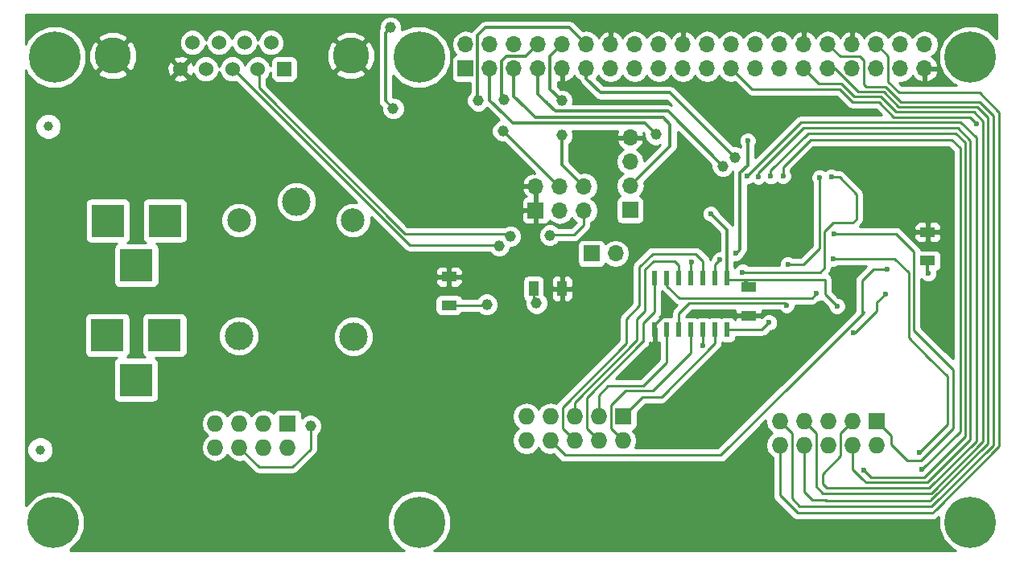
<source format=gbl>
%TF.GenerationSoftware,KiCad,Pcbnew,4.0.7*%
%TF.CreationDate,2018-07-23T15:38:25+02:00*%
%TF.ProjectId,rte_rpi,7274655F7270692E6B696361645F7063,rev?*%
%TF.FileFunction,Copper,L2,Bot,Signal*%
%FSLAX46Y46*%
G04 Gerber Fmt 4.6, Leading zero omitted, Abs format (unit mm)*
G04 Created by KiCad (PCBNEW 4.0.7) date 07/23/18 15:38:25*
%MOMM*%
%LPD*%
G01*
G04 APERTURE LIST*
%ADD10C,0.100000*%
%ADD11C,2.500000*%
%ADD12C,3.000000*%
%ADD13R,0.600000X1.500000*%
%ADD14R,1.700000X1.700000*%
%ADD15O,1.700000X1.700000*%
%ADD16R,1.727200X1.727200*%
%ADD17O,1.727200X1.727200*%
%ADD18R,3.500000X3.500000*%
%ADD19R,1.600000X1.000000*%
%ADD20R,1.000000X1.600000*%
%ADD21C,5.400000*%
%ADD22C,3.810000*%
%ADD23R,1.524000X1.524000*%
%ADD24C,1.524000*%
%ADD25C,1.000000*%
%ADD26C,0.600000*%
%ADD27C,1.150000*%
%ADD28C,0.254000*%
%ADD29C,0.304800*%
G04 APERTURE END LIST*
D10*
D11*
X153970000Y-91993000D03*
D12*
X153970000Y-104193000D03*
X166020000Y-104243000D03*
D11*
X165970000Y-91993000D03*
D12*
X160020000Y-90043000D03*
D13*
X205333600Y-103525300D03*
X204063600Y-103525300D03*
X202793600Y-103525300D03*
X201523600Y-103525300D03*
X200253600Y-103525300D03*
X198983600Y-103525300D03*
X197713600Y-103525300D03*
X197713600Y-98125300D03*
X198983600Y-98125300D03*
X200253600Y-98125300D03*
X201523600Y-98125300D03*
X202793600Y-98125300D03*
X204063600Y-98125300D03*
X205333600Y-98125300D03*
D14*
X177825400Y-76022200D03*
D15*
X177825400Y-73482200D03*
X180365400Y-76022200D03*
X180365400Y-73482200D03*
X182905400Y-76022200D03*
X182905400Y-73482200D03*
X185445400Y-76022200D03*
X185445400Y-73482200D03*
X187985400Y-76022200D03*
X187985400Y-73482200D03*
X190525400Y-76022200D03*
X190525400Y-73482200D03*
X193065400Y-76022200D03*
X193065400Y-73482200D03*
X195605400Y-76022200D03*
X195605400Y-73482200D03*
X198145400Y-76022200D03*
X198145400Y-73482200D03*
X200685400Y-76022200D03*
X200685400Y-73482200D03*
X203225400Y-76022200D03*
X203225400Y-73482200D03*
X205765400Y-76022200D03*
X205765400Y-73482200D03*
X208305400Y-76022200D03*
X208305400Y-73482200D03*
X210845400Y-76022200D03*
X210845400Y-73482200D03*
X213385400Y-76022200D03*
X213385400Y-73482200D03*
X215925400Y-76022200D03*
X215925400Y-73482200D03*
X218465400Y-76022200D03*
X218465400Y-73482200D03*
X221005400Y-76022200D03*
X221005400Y-73482200D03*
X223545400Y-76022200D03*
X223545400Y-73482200D03*
X226085400Y-76022200D03*
X226085400Y-73482200D03*
D14*
X185191400Y-90970100D03*
D15*
X185191400Y-88430100D03*
X187731400Y-90970100D03*
X187731400Y-88430100D03*
X190271400Y-90970100D03*
X190271400Y-88430100D03*
D16*
X159105600Y-113385600D03*
D17*
X159105600Y-115925600D03*
X156565600Y-113385600D03*
X156565600Y-115925600D03*
X154025600Y-113385600D03*
X154025600Y-115925600D03*
X151485600Y-113385600D03*
X151485600Y-115925600D03*
D18*
X146151600Y-104114600D03*
X140151600Y-104114600D03*
X143151600Y-108814600D03*
D19*
X176060100Y-97941000D03*
X176060100Y-100941000D03*
D20*
X187961400Y-99199700D03*
X184961400Y-99199700D03*
D19*
X226415600Y-93254700D03*
X226415600Y-96254700D03*
X207619600Y-102033200D03*
X207619600Y-99033200D03*
D14*
X195122800Y-90906600D03*
D15*
X195122800Y-88366600D03*
X195122800Y-85826600D03*
X195122800Y-83286600D03*
D18*
X146202400Y-92049600D03*
X140202400Y-92049600D03*
X143202400Y-96749600D03*
D16*
X194360800Y-112674400D03*
D17*
X194360800Y-115214400D03*
X191820800Y-112674400D03*
X191820800Y-115214400D03*
X189280800Y-112674400D03*
X189280800Y-115214400D03*
X186740800Y-112674400D03*
X186740800Y-115214400D03*
X184200800Y-112674400D03*
X184200800Y-115214400D03*
D16*
X221030800Y-113131600D03*
D17*
X221030800Y-115671600D03*
X218490800Y-113131600D03*
X218490800Y-115671600D03*
X215950800Y-113131600D03*
X215950800Y-115671600D03*
X213410800Y-113131600D03*
X213410800Y-115671600D03*
X210870800Y-113131600D03*
X210870800Y-115671600D03*
D21*
X172923200Y-123799600D03*
X230911400Y-123799600D03*
X134429500Y-123825000D03*
X230911400Y-74803000D03*
X134594600Y-74803000D03*
X172923200Y-74803000D03*
D14*
X191058800Y-95504000D03*
D15*
X193598800Y-95504000D03*
D22*
X165735000Y-74676000D03*
X140716000Y-74676000D03*
D23*
X158750000Y-76073000D03*
D24*
X155956000Y-76073000D03*
X153289000Y-76073000D03*
X150495000Y-76073000D03*
X147828000Y-76073000D03*
X157353000Y-73279000D03*
X154559000Y-73279000D03*
X151892000Y-73279000D03*
X149098000Y-73279000D03*
D25*
X133083300Y-116192300D03*
X133921500Y-82105500D03*
D26*
X198932800Y-101752400D03*
X205181200Y-101854000D03*
X204216000Y-82042000D03*
D27*
X180035200Y-100863400D03*
X185280300Y-100736400D03*
D26*
X216877900Y-101041200D03*
X226466400Y-97612200D03*
X203593700Y-91325700D03*
D27*
X169926000Y-71716900D03*
X170205400Y-80213200D03*
X197815200Y-82956400D03*
X206121000Y-85369400D03*
X181737000Y-82575400D03*
X181838600Y-79273400D03*
X187909200Y-79375000D03*
X187960000Y-83058000D03*
X204851000Y-86283800D03*
X179120800Y-79400400D03*
X161493200Y-113639600D03*
D26*
X231546400Y-81838800D03*
D27*
X182524400Y-93700600D03*
X181356000Y-94716600D03*
D26*
X222123000Y-97142300D03*
X221945200Y-99783900D03*
X218592400Y-103873300D03*
X216573100Y-93395800D03*
X216484200Y-96050100D03*
X225526600Y-116484400D03*
X207391000Y-87363300D03*
X208610200Y-87388700D03*
X219710000Y-118287800D03*
X209905600Y-87363300D03*
X211201000Y-87337900D03*
X225780600Y-118262400D03*
D27*
X186664600Y-93573600D03*
D26*
X214718900Y-99733100D03*
X201599800Y-96380300D03*
X206222600Y-95465900D03*
X207492600Y-83604100D03*
X211582000Y-100939600D03*
X202780900Y-105232200D03*
X209727800Y-102781100D03*
X211709000Y-96685100D03*
X215036400Y-87490300D03*
X204546200Y-96177100D03*
X206946500Y-97459800D03*
X216281000Y-87439500D03*
D28*
X197713600Y-103525300D02*
X197713600Y-102971600D01*
X197713600Y-102971600D02*
X198932800Y-101752400D01*
X205181200Y-101854000D02*
X205360400Y-102033200D01*
X205360400Y-102033200D02*
X207619600Y-102033200D01*
X179957600Y-100941000D02*
X176060100Y-100941000D01*
X180035200Y-100863400D02*
X179957600Y-100941000D01*
X184961400Y-100417500D02*
X184961400Y-99199700D01*
X185280300Y-100736400D02*
X184961400Y-100417500D01*
X207619600Y-99033200D02*
X207619600Y-98780600D01*
X207619600Y-98780600D02*
X207073500Y-98234500D01*
D29*
X226415600Y-97561400D02*
X226415600Y-96254700D01*
X226466400Y-97612200D02*
X226415600Y-97561400D01*
X203593700Y-91325700D02*
X205320900Y-93052900D01*
D28*
X215595200Y-98234500D02*
X207619600Y-98234500D01*
X207619600Y-98234500D02*
X207073500Y-98234500D01*
X207073500Y-98234500D02*
X205442800Y-98234500D01*
X215595200Y-99758500D02*
X215595200Y-98234500D01*
X216877900Y-101041200D02*
X215595200Y-99758500D01*
X205442800Y-98234500D02*
X205333600Y-98125300D01*
D29*
X205320900Y-93052900D02*
X205320900Y-98112600D01*
D28*
X205320900Y-98112600D02*
X205333600Y-98125300D01*
X170205400Y-80213200D02*
X169392600Y-79400400D01*
D29*
X169392600Y-79400400D02*
X169392600Y-72250300D01*
X169392600Y-72250300D02*
X169926000Y-71716900D01*
X181851300Y-80835500D02*
X182803800Y-81788000D01*
X196646800Y-81788000D02*
X197815200Y-82956400D01*
X182803800Y-81788000D02*
X196646800Y-81788000D01*
X180365400Y-76022200D02*
X180365400Y-79349600D01*
X180365400Y-79349600D02*
X181851300Y-80835500D01*
X181851300Y-80835500D02*
X181864000Y-80848200D01*
X184111900Y-80149700D02*
X185140600Y-81178400D01*
X198577200Y-81178400D02*
X199313800Y-81915000D01*
X197434200Y-81178400D02*
X198577200Y-81178400D01*
X185140600Y-81178400D02*
X197434200Y-81178400D01*
X182905400Y-76022200D02*
X182905400Y-78943200D01*
X199313800Y-84175600D02*
X195122800Y-88366600D01*
X199313800Y-81915000D02*
X199313800Y-84175600D01*
X182905400Y-78943200D02*
X184111900Y-80149700D01*
X184111900Y-80149700D02*
X184124600Y-80162400D01*
X190525400Y-76022200D02*
X190525400Y-77089000D01*
X199313800Y-78562200D02*
X206121000Y-85369400D01*
X191998600Y-78562200D02*
X199313800Y-78562200D01*
X190525400Y-77089000D02*
X191998600Y-78562200D01*
X190525400Y-76022200D02*
X190525400Y-76047600D01*
X187731400Y-88430100D02*
X187591700Y-88430100D01*
X187591700Y-88430100D02*
X181737000Y-82575400D01*
X181838600Y-79273400D02*
X181635400Y-79070200D01*
X181635400Y-79070200D02*
X181635400Y-75209400D01*
X181635400Y-75209400D02*
X182092600Y-74752200D01*
X182092600Y-74752200D02*
X184175400Y-74752200D01*
X184175400Y-74752200D02*
X185445400Y-73482200D01*
X190271400Y-88430100D02*
X187960000Y-86118700D01*
X186715400Y-74752200D02*
X187985400Y-73482200D01*
X186715400Y-78181200D02*
X186715400Y-74752200D01*
X187909200Y-79375000D02*
X186715400Y-78181200D01*
X187960000Y-86118700D02*
X187960000Y-83058000D01*
X186296301Y-79540099D02*
X187248802Y-80492600D01*
X199059800Y-80492600D02*
X199085200Y-80518000D01*
X187248802Y-80492600D02*
X199059800Y-80492600D01*
X185445400Y-77673200D02*
X185445400Y-78689198D01*
X185445400Y-78689198D02*
X186296301Y-79540099D01*
X186296301Y-79540099D02*
X186309002Y-79552800D01*
X204851000Y-86283800D02*
X199085200Y-80518000D01*
X185445400Y-77698600D02*
X185445400Y-77673200D01*
X185445400Y-77673200D02*
X185445400Y-76022200D01*
X179095400Y-75209400D02*
X179095400Y-72517000D01*
X188747400Y-71704200D02*
X190525400Y-73482200D01*
X179908200Y-71704200D02*
X188747400Y-71704200D01*
X179095400Y-72517000D02*
X179908200Y-71704200D01*
X179095400Y-75184000D02*
X179095400Y-75209400D01*
X179095400Y-75209400D02*
X179095400Y-79019400D01*
X179095400Y-79375000D02*
X179120800Y-79400400D01*
X179095400Y-79019400D02*
X179095400Y-79375000D01*
X190525400Y-73482200D02*
X190525400Y-73507600D01*
D28*
X217297000Y-77571600D02*
X218719404Y-78994004D01*
X214680800Y-120040400D02*
X215392000Y-120751600D01*
X214680800Y-114401600D02*
X213410800Y-113131600D01*
X214680800Y-114401600D02*
X214680800Y-117221000D01*
X214680800Y-117221000D02*
X214680800Y-120040400D01*
X215392000Y-120751600D02*
X216103198Y-120751600D01*
X213385400Y-76022200D02*
X214934800Y-77571600D01*
X217271600Y-77571600D02*
X214934800Y-77571600D01*
X216103198Y-120751600D02*
X225323402Y-120751600D01*
X231270614Y-80572414D02*
X232241286Y-81543086D01*
X232241286Y-81543086D02*
X232241286Y-115292466D01*
X232241286Y-115292466D02*
X226782152Y-120751600D01*
X226782152Y-120751600D02*
X225323402Y-120751600D01*
X217271600Y-77571600D02*
X217297000Y-77571600D01*
X218719404Y-78994004D02*
X221513404Y-78994004D01*
X221513404Y-78994004D02*
X223091814Y-80572414D01*
X223091814Y-80572414D02*
X231270614Y-80572414D01*
X223363988Y-80064412D02*
X231626210Y-80064412D01*
X221785578Y-78486002D02*
X223363988Y-80064412D01*
X213410800Y-117195600D02*
X213410800Y-120624600D01*
X213410800Y-115671600D02*
X213410800Y-117195600D01*
X225882200Y-121513600D02*
X226738576Y-121513600D01*
X215773000Y-121513600D02*
X225882200Y-121513600D01*
X232749288Y-115502888D02*
X226763976Y-121488200D01*
X232749288Y-81187490D02*
X232749288Y-115502888D01*
X231626210Y-80064412D02*
X232749288Y-81187490D01*
X219075002Y-78486002D02*
X221785578Y-78486002D01*
X219075002Y-78486002D02*
X216611200Y-76022200D01*
X226738576Y-121513600D02*
X226763976Y-121488200D01*
X215925400Y-76022200D02*
X216611200Y-76022200D01*
X215773000Y-121488200D02*
X215773000Y-121513600D01*
X214274400Y-121488200D02*
X215773000Y-121488200D01*
X213410800Y-120624600D02*
X214274400Y-121488200D01*
X215620600Y-121513600D02*
X215773000Y-121513600D01*
X161493200Y-113639600D02*
X161493200Y-116103400D01*
X161493200Y-116103400D02*
X159613600Y-117983000D01*
X159613600Y-117983000D02*
X156083000Y-117983000D01*
X154025600Y-115925600D02*
X156083000Y-117983000D01*
X205765400Y-76022200D02*
X207949800Y-78206600D01*
X230835200Y-81127600D02*
X231546400Y-81838800D01*
X222859600Y-81127600D02*
X230835200Y-81127600D01*
X221284800Y-79552800D02*
X222859600Y-81127600D01*
X218490800Y-79552800D02*
X221284800Y-79552800D01*
X217144600Y-78206600D02*
X218490800Y-79552800D01*
X207949800Y-78206600D02*
X217144600Y-78206600D01*
X223570800Y-79552800D02*
X231317800Y-79552800D01*
X221996000Y-77978000D02*
X223570800Y-79552800D01*
X219727780Y-77711300D02*
X219994480Y-77978000D01*
X215930480Y-73482200D02*
X217203020Y-74754740D01*
X217203020Y-74754740D02*
X219316300Y-74754740D01*
X219316300Y-74754740D02*
X219727780Y-75166220D01*
X219727780Y-75166220D02*
X219727780Y-77711300D01*
X226847400Y-122123200D02*
X226415600Y-122123200D01*
X233299000Y-115671600D02*
X226847400Y-122123200D01*
X233299000Y-80949800D02*
X233299000Y-115671600D01*
X231902000Y-79552800D02*
X233299000Y-80949800D01*
X231317800Y-79552800D02*
X231902000Y-79552800D01*
X219994480Y-77978000D02*
X221996000Y-77978000D01*
X212140800Y-121310400D02*
X212953600Y-122123200D01*
X212953600Y-122123200D02*
X214020400Y-122123200D01*
X214020400Y-122123200D02*
X226415600Y-122123200D01*
X215925400Y-73482200D02*
X215930480Y-73482200D01*
X212140800Y-118160800D02*
X212140800Y-121310400D01*
X212140800Y-114401600D02*
X210870800Y-113131600D01*
X212140800Y-114401600D02*
X212140800Y-118160800D01*
X210870800Y-120980200D02*
X210870800Y-115671600D01*
X213385400Y-122834400D02*
X226898200Y-122834400D01*
X226898200Y-122834400D02*
X227279200Y-122453400D01*
X222275400Y-74731880D02*
X222275400Y-77444600D01*
X222275400Y-77444600D02*
X223393000Y-78562200D01*
X223393000Y-78562200D02*
X231851200Y-78562200D01*
X231851200Y-78562200D02*
X233908600Y-80619600D01*
X233908600Y-80619600D02*
X233908600Y-115824000D01*
X233908600Y-115824000D02*
X227279200Y-122453400D01*
X221025720Y-73482200D02*
X222275400Y-74731880D01*
X227279200Y-122453400D02*
X226974400Y-122758200D01*
X213385400Y-122834400D02*
X212725000Y-122834400D01*
X212725000Y-122834400D02*
X210870800Y-120980200D01*
X213309200Y-122834400D02*
X213385400Y-122834400D01*
X221005400Y-73482200D02*
X221025720Y-73482200D01*
X156083000Y-76200000D02*
X156083000Y-78059676D01*
X182219600Y-93395800D02*
X182524400Y-93700600D01*
X171419124Y-93395800D02*
X182219600Y-93395800D01*
X156083000Y-78059676D02*
X171419124Y-93395800D01*
X171907200Y-94602300D02*
X153504900Y-76200000D01*
X181241700Y-94602300D02*
X171907200Y-94602300D01*
X181356000Y-94716600D02*
X181241700Y-94602300D01*
X153504900Y-76200000D02*
X153289000Y-76200000D01*
X204063600Y-103525300D02*
X204063600Y-104952800D01*
X196443600Y-110591600D02*
X194360800Y-112674400D01*
X198424800Y-110591600D02*
X196443600Y-110591600D01*
X204063600Y-104952800D02*
X198424800Y-110591600D01*
X193090800Y-111506000D02*
X194614800Y-109982000D01*
X194360800Y-115214400D02*
X193090800Y-113944400D01*
X193090800Y-111506000D02*
X193090800Y-113944400D01*
X201523600Y-105943400D02*
X201523600Y-104724200D01*
X197485000Y-109982000D02*
X201523600Y-105943400D01*
X194614800Y-109982000D02*
X197485000Y-109982000D01*
X201523600Y-103525300D02*
X201523600Y-104724200D01*
X191820800Y-110464600D02*
X192811402Y-109473998D01*
X191820800Y-112674400D02*
X191820800Y-110464600D01*
X198983600Y-106959400D02*
X198983600Y-104495600D01*
X196469002Y-109473998D02*
X198983600Y-106959400D01*
X192811402Y-109473998D02*
X196469002Y-109473998D01*
X198983600Y-103525300D02*
X198983600Y-104495600D01*
X192252600Y-112242600D02*
X191820800Y-112674400D01*
X190550800Y-113944400D02*
X190550800Y-110667800D01*
X197713600Y-101612700D02*
X196469000Y-102857300D01*
X196469000Y-102857300D02*
X196469000Y-104813100D01*
X197713600Y-98125300D02*
X197713600Y-101612700D01*
X190550800Y-110667800D02*
X196405500Y-104813100D01*
X196405500Y-104813100D02*
X196469000Y-104813100D01*
X191820800Y-115214400D02*
X190550800Y-113944400D01*
X189280800Y-112674400D02*
X189280800Y-111201200D01*
X189280800Y-111201200D02*
X195834000Y-104648000D01*
X200253600Y-96761300D02*
X200253600Y-98125300D01*
X199771000Y-96278700D02*
X200253600Y-96761300D01*
X197561200Y-96278700D02*
X199771000Y-96278700D01*
X196697600Y-97142300D02*
X197561200Y-96278700D01*
X196697600Y-101587300D02*
X196697600Y-97142300D01*
X195834000Y-102450900D02*
X196697600Y-101587300D01*
X195834000Y-104648000D02*
X195834000Y-102450900D01*
X196113400Y-96888300D02*
X197485000Y-95516700D01*
X196113400Y-101003100D02*
X196113400Y-96888300D01*
X194741800Y-102374700D02*
X196113400Y-101003100D01*
X188010800Y-113944400D02*
X188010800Y-111683800D01*
X189280800Y-115214400D02*
X188010800Y-113944400D01*
X188010800Y-111683800D02*
X194741800Y-104952800D01*
X202793600Y-96278700D02*
X202793600Y-98125300D01*
X202031600Y-95516700D02*
X202793600Y-96278700D01*
X197485000Y-95516700D02*
X202031600Y-95516700D01*
X194741800Y-104952800D02*
X194741800Y-102374700D01*
X186740800Y-115214400D02*
X188264800Y-116738400D01*
X212324950Y-109061250D02*
X219665550Y-101720650D01*
X204647800Y-116738400D02*
X212324950Y-109061250D01*
X188264800Y-116738400D02*
X204647800Y-116738400D01*
X219665550Y-101720650D02*
X219716350Y-101669850D01*
X219665550Y-101720650D02*
X219506800Y-101892100D01*
X219506800Y-101892100D02*
X219506800Y-98336100D01*
X219506800Y-98336100D02*
X220700600Y-97142300D01*
X220700600Y-97142300D02*
X222123000Y-97142300D01*
X221056200Y-100672900D02*
X221945200Y-99783900D01*
X221056200Y-101561900D02*
X221056200Y-100672900D01*
X218744800Y-103873300D02*
X221056200Y-101561900D01*
X218592400Y-103873300D02*
X218744800Y-103873300D01*
X227749100Y-106362500D02*
X229133400Y-107746800D01*
X222580200Y-114681000D02*
X221030800Y-113131600D01*
X222580200Y-115646200D02*
X222580200Y-114681000D01*
X224282000Y-117348000D02*
X222580200Y-115646200D01*
X225729800Y-117348000D02*
X224282000Y-117348000D01*
X229133400Y-113944400D02*
X225729800Y-117348000D01*
X229133400Y-107746800D02*
X229133400Y-113944400D01*
X216573100Y-93395800D02*
X223062800Y-93395800D01*
X224967800Y-103581200D02*
X227749100Y-106362500D01*
X227749100Y-106362500D02*
X227761800Y-106375200D01*
X224967800Y-95300800D02*
X224967800Y-103581200D01*
X223062800Y-93395800D02*
X224967800Y-95300800D01*
X224409000Y-104355900D02*
X226491800Y-106438700D01*
X224409000Y-97523300D02*
X224409000Y-104355900D01*
X222935800Y-96050100D02*
X224409000Y-97523300D01*
X216484200Y-96050100D02*
X222935800Y-96050100D01*
X228473000Y-108419900D02*
X226491800Y-106438700D01*
X228473000Y-113538000D02*
X228473000Y-108419900D01*
X225526600Y-116484400D02*
X228473000Y-113538000D01*
X231521000Y-113233200D02*
X231521000Y-115239800D01*
X217220800Y-114401600D02*
X218490800Y-113131600D01*
X217220800Y-116840000D02*
X217220800Y-114401600D01*
X215341200Y-118719600D02*
X217220800Y-116840000D01*
X215341200Y-119761000D02*
X215341200Y-118719600D01*
X215798400Y-120218200D02*
X215341200Y-119761000D01*
X226542600Y-120218200D02*
X215798400Y-120218200D01*
X231521000Y-115239800D02*
X226542600Y-120218200D01*
X231521000Y-103619300D02*
X231521000Y-113233200D01*
X231521000Y-113233200D02*
X231521000Y-113245900D01*
X231521000Y-83299302D02*
X231521000Y-103619300D01*
X207391000Y-87363300D02*
X213080600Y-81673700D01*
X213080600Y-81673700D02*
X229895398Y-81673700D01*
X229895398Y-81673700D02*
X231521000Y-83299302D01*
X230886000Y-113017300D02*
X230886000Y-115112800D01*
X230886000Y-113017300D02*
X230886000Y-83578700D01*
X230886000Y-83578700D02*
X229590600Y-82283300D01*
X229590600Y-82283300D02*
X213360000Y-82283300D01*
X213360000Y-82283300D02*
X208610200Y-87033100D01*
X208610200Y-87033100D02*
X208610200Y-87388700D01*
X219913200Y-119634000D02*
X219557600Y-119278400D01*
X226364800Y-119634000D02*
X219913200Y-119634000D01*
X230886000Y-115112800D02*
X226364800Y-119634000D01*
X218490800Y-115671600D02*
X218490800Y-118211600D01*
X218490800Y-118211600D02*
X219557600Y-119278400D01*
X224790000Y-119049800D02*
X220472000Y-119049800D01*
X220472000Y-119049800D02*
X219710000Y-118287800D01*
X230327200Y-112483900D02*
X230327200Y-114782600D01*
X230327200Y-83781900D02*
X230327200Y-112483900D01*
X229362000Y-82816700D02*
X230327200Y-83781900D01*
X213817200Y-82816700D02*
X229362000Y-82816700D01*
X209905600Y-86728300D02*
X213817200Y-82816700D01*
X209905600Y-87363300D02*
X209905600Y-86728300D01*
X226060000Y-119049800D02*
X224790000Y-119049800D01*
X224790000Y-119049800D02*
X224764600Y-119049800D01*
X230327200Y-114782600D02*
X226060000Y-119049800D01*
X211201000Y-87337900D02*
X211226400Y-87312500D01*
X211226400Y-87312500D02*
X211226400Y-86372700D01*
X211226400Y-86372700D02*
X214071200Y-83527900D01*
X214071200Y-83527900D02*
X228930200Y-83527900D01*
X228930200Y-83527900D02*
X229819198Y-84416898D01*
X229819198Y-84416898D02*
X229819198Y-111772702D01*
X229819198Y-114223802D02*
X229819198Y-111772702D01*
X225780600Y-118262400D02*
X229819198Y-114223802D01*
X190271400Y-92506800D02*
X190271400Y-90970100D01*
X189230000Y-93548200D02*
X190271400Y-92506800D01*
X186690000Y-93548200D02*
X189230000Y-93548200D01*
X186664600Y-93573600D02*
X186690000Y-93548200D01*
X198983600Y-98125300D02*
X198983600Y-98907600D01*
X214249000Y-100203000D02*
X214718900Y-99733100D01*
X200279000Y-100203000D02*
X214249000Y-100203000D01*
X198983600Y-98907600D02*
X200279000Y-100203000D01*
D29*
X206654400Y-95034100D02*
X206679800Y-95008700D01*
D28*
X201523600Y-96456500D02*
X201599800Y-96380300D01*
X206222600Y-95465900D02*
X206654400Y-95034100D01*
X201523600Y-96456500D02*
X201523600Y-98125300D01*
D29*
X207492600Y-86207600D02*
X207492600Y-83604100D01*
X206679800Y-87020400D02*
X207492600Y-86207600D01*
X206679800Y-95008700D02*
X206679800Y-87020400D01*
D28*
X209283300Y-100736400D02*
X211378800Y-100736400D01*
X200253600Y-101803200D02*
X201320400Y-100736400D01*
X201320400Y-100736400D02*
X209283300Y-100736400D01*
X200253600Y-102158800D02*
X200253600Y-103525300D01*
X200253600Y-102158800D02*
X200253600Y-101803200D01*
X211378800Y-100736400D02*
X211582000Y-100939600D01*
X202793600Y-103525300D02*
X202793600Y-105219500D01*
X202793600Y-105219500D02*
X202780900Y-105232200D01*
X205333600Y-103525300D02*
X208983600Y-103525300D01*
X208983600Y-103525300D02*
X209727800Y-102781100D01*
X215036400Y-87490300D02*
X215036400Y-94983300D01*
X213334600Y-96685100D02*
X211709000Y-96685100D01*
X215036400Y-94983300D02*
X213334600Y-96685100D01*
X215557100Y-93167200D02*
X215557100Y-97028000D01*
X216458800Y-92265500D02*
X215557100Y-93167200D01*
X215557100Y-97028000D02*
X215125300Y-97459800D01*
X204063600Y-96659700D02*
X204063600Y-98125300D01*
X204546200Y-96177100D02*
X204063600Y-96659700D01*
X215125300Y-97459800D02*
X206946500Y-97459800D01*
X217119200Y-87439500D02*
X218935300Y-89255600D01*
X218935300Y-89255600D02*
X218935300Y-91871800D01*
X218935300Y-91871800D02*
X218541600Y-92265500D01*
X218541600Y-92265500D02*
X216458800Y-92265500D01*
X216281000Y-87439500D02*
X217119200Y-87439500D01*
G36*
X233707000Y-72882960D02*
X232802993Y-71977373D01*
X231577683Y-71468580D01*
X230250938Y-71467422D01*
X229024742Y-71974076D01*
X228085773Y-72911407D01*
X227576980Y-74136717D01*
X227575822Y-75463462D01*
X228082476Y-76689658D01*
X229019807Y-77628627D01*
X229433001Y-77800200D01*
X223708630Y-77800200D01*
X223419725Y-77511295D01*
X223545400Y-77536293D01*
X224113685Y-77423254D01*
X224595454Y-77101347D01*
X224823102Y-76760647D01*
X224890217Y-76903558D01*
X225318476Y-77293845D01*
X225728510Y-77463676D01*
X225958400Y-77342355D01*
X225958400Y-76149200D01*
X226212400Y-76149200D01*
X226212400Y-77342355D01*
X226442290Y-77463676D01*
X226852324Y-77293845D01*
X227280583Y-76903558D01*
X227526886Y-76379092D01*
X227406219Y-76149200D01*
X226212400Y-76149200D01*
X225958400Y-76149200D01*
X225938400Y-76149200D01*
X225938400Y-75895200D01*
X225958400Y-75895200D01*
X225958400Y-75875200D01*
X226212400Y-75875200D01*
X226212400Y-75895200D01*
X227406219Y-75895200D01*
X227526886Y-75665308D01*
X227280583Y-75140842D01*
X226852324Y-74750555D01*
X226852299Y-74750545D01*
X227135454Y-74561347D01*
X227457361Y-74079578D01*
X227570400Y-73511293D01*
X227570400Y-73453107D01*
X227457361Y-72884822D01*
X227135454Y-72403053D01*
X226653685Y-72081146D01*
X226085400Y-71968107D01*
X225517115Y-72081146D01*
X225035346Y-72403053D01*
X224815400Y-72732226D01*
X224595454Y-72403053D01*
X224113685Y-72081146D01*
X223545400Y-71968107D01*
X222977115Y-72081146D01*
X222495346Y-72403053D01*
X222275400Y-72732226D01*
X222055454Y-72403053D01*
X221573685Y-72081146D01*
X221005400Y-71968107D01*
X220437115Y-72081146D01*
X219955346Y-72403053D01*
X219727698Y-72743753D01*
X219660583Y-72600842D01*
X219232324Y-72210555D01*
X218822290Y-72040724D01*
X218592400Y-72162045D01*
X218592400Y-73355200D01*
X218612400Y-73355200D01*
X218612400Y-73609200D01*
X218592400Y-73609200D01*
X218592400Y-73629200D01*
X218338400Y-73629200D01*
X218338400Y-73609200D01*
X218318400Y-73609200D01*
X218318400Y-73355200D01*
X218338400Y-73355200D01*
X218338400Y-72162045D01*
X218108510Y-72040724D01*
X217698476Y-72210555D01*
X217270217Y-72600842D01*
X217203102Y-72743753D01*
X216975454Y-72403053D01*
X216493685Y-72081146D01*
X215925400Y-71968107D01*
X215357115Y-72081146D01*
X214875346Y-72403053D01*
X214647698Y-72743753D01*
X214580583Y-72600842D01*
X214152324Y-72210555D01*
X213742290Y-72040724D01*
X213512400Y-72162045D01*
X213512400Y-73355200D01*
X213532400Y-73355200D01*
X213532400Y-73609200D01*
X213512400Y-73609200D01*
X213512400Y-73629200D01*
X213258400Y-73629200D01*
X213258400Y-73609200D01*
X213238400Y-73609200D01*
X213238400Y-73355200D01*
X213258400Y-73355200D01*
X213258400Y-72162045D01*
X213028510Y-72040724D01*
X212618476Y-72210555D01*
X212190217Y-72600842D01*
X212123102Y-72743753D01*
X211895454Y-72403053D01*
X211413685Y-72081146D01*
X210845400Y-71968107D01*
X210277115Y-72081146D01*
X209795346Y-72403053D01*
X209575400Y-72732226D01*
X209355454Y-72403053D01*
X208873685Y-72081146D01*
X208305400Y-71968107D01*
X207737115Y-72081146D01*
X207255346Y-72403053D01*
X207035400Y-72732226D01*
X206815454Y-72403053D01*
X206333685Y-72081146D01*
X205765400Y-71968107D01*
X205197115Y-72081146D01*
X204715346Y-72403053D01*
X204495400Y-72732226D01*
X204275454Y-72403053D01*
X203793685Y-72081146D01*
X203225400Y-71968107D01*
X202657115Y-72081146D01*
X202175346Y-72403053D01*
X201947698Y-72743753D01*
X201880583Y-72600842D01*
X201452324Y-72210555D01*
X201042290Y-72040724D01*
X200812400Y-72162045D01*
X200812400Y-73355200D01*
X200832400Y-73355200D01*
X200832400Y-73609200D01*
X200812400Y-73609200D01*
X200812400Y-73629200D01*
X200558400Y-73629200D01*
X200558400Y-73609200D01*
X200538400Y-73609200D01*
X200538400Y-73355200D01*
X200558400Y-73355200D01*
X200558400Y-72162045D01*
X200328510Y-72040724D01*
X199918476Y-72210555D01*
X199490217Y-72600842D01*
X199423102Y-72743753D01*
X199195454Y-72403053D01*
X198713685Y-72081146D01*
X198145400Y-71968107D01*
X197577115Y-72081146D01*
X197095346Y-72403053D01*
X196875400Y-72732226D01*
X196655454Y-72403053D01*
X196173685Y-72081146D01*
X195605400Y-71968107D01*
X195037115Y-72081146D01*
X194555346Y-72403053D01*
X194327698Y-72743753D01*
X194260583Y-72600842D01*
X193832324Y-72210555D01*
X193422290Y-72040724D01*
X193192400Y-72162045D01*
X193192400Y-73355200D01*
X193212400Y-73355200D01*
X193212400Y-73609200D01*
X193192400Y-73609200D01*
X193192400Y-73629200D01*
X192938400Y-73629200D01*
X192938400Y-73609200D01*
X192918400Y-73609200D01*
X192918400Y-73355200D01*
X192938400Y-73355200D01*
X192938400Y-72162045D01*
X192708510Y-72040724D01*
X192298476Y-72210555D01*
X191870217Y-72600842D01*
X191803102Y-72743753D01*
X191575454Y-72403053D01*
X191093685Y-72081146D01*
X190525400Y-71968107D01*
X190191313Y-72034561D01*
X189304176Y-71147424D01*
X189048725Y-70976737D01*
X188747400Y-70916800D01*
X179908200Y-70916800D01*
X179606875Y-70976737D01*
X179351424Y-71147424D01*
X178538624Y-71960224D01*
X178438029Y-72110775D01*
X178393685Y-72081146D01*
X177825400Y-71968107D01*
X177257115Y-72081146D01*
X176775346Y-72403053D01*
X176453439Y-72884822D01*
X176340400Y-73453107D01*
X176340400Y-73511293D01*
X176453439Y-74079578D01*
X176775346Y-74561347D01*
X176776579Y-74562171D01*
X176740083Y-74569038D01*
X176523959Y-74708110D01*
X176378969Y-74920310D01*
X176327960Y-75172200D01*
X176327960Y-76872200D01*
X176372238Y-77107517D01*
X176511310Y-77323641D01*
X176723510Y-77468631D01*
X176975400Y-77519640D01*
X178308000Y-77519640D01*
X178308000Y-78502076D01*
X178095610Y-78714095D01*
X177911011Y-79158660D01*
X177910591Y-79640028D01*
X178094414Y-80084914D01*
X178434495Y-80425590D01*
X178879060Y-80610189D01*
X179360428Y-80610609D01*
X179805314Y-80426786D01*
X180067403Y-80165155D01*
X181334667Y-81432419D01*
X181052486Y-81549014D01*
X180711810Y-81889095D01*
X180527211Y-82333660D01*
X180526791Y-82815028D01*
X180710614Y-83259914D01*
X181050695Y-83600590D01*
X181495260Y-83785189D01*
X181833532Y-83785484D01*
X185064398Y-87016350D01*
X185064398Y-87109944D01*
X184834510Y-86988624D01*
X184424476Y-87158455D01*
X183996217Y-87548742D01*
X183749914Y-88073208D01*
X183870581Y-88303100D01*
X185064400Y-88303100D01*
X185064400Y-88283100D01*
X185318400Y-88283100D01*
X185318400Y-88303100D01*
X185338400Y-88303100D01*
X185338400Y-88557100D01*
X185318400Y-88557100D01*
X185318400Y-90843100D01*
X185338400Y-90843100D01*
X185338400Y-91097100D01*
X185318400Y-91097100D01*
X185318400Y-92296350D01*
X185477150Y-92455100D01*
X186167710Y-92455100D01*
X186401099Y-92358427D01*
X186579727Y-92179798D01*
X186651997Y-92005323D01*
X186681346Y-92049247D01*
X187163115Y-92371154D01*
X187731400Y-92484193D01*
X188299685Y-92371154D01*
X188781454Y-92049247D01*
X189001400Y-91720074D01*
X189221346Y-92049247D01*
X189479099Y-92221471D01*
X188914370Y-92786200D01*
X187588280Y-92786200D01*
X187350905Y-92548410D01*
X186906340Y-92363811D01*
X186424972Y-92363391D01*
X185980086Y-92547214D01*
X185639410Y-92887295D01*
X185454811Y-93331860D01*
X185454391Y-93813228D01*
X185638214Y-94258114D01*
X185978295Y-94598790D01*
X186422860Y-94783389D01*
X186904228Y-94783809D01*
X187218390Y-94654000D01*
X189561360Y-94654000D01*
X189561360Y-96354000D01*
X189605638Y-96589317D01*
X189744710Y-96805441D01*
X189956910Y-96950431D01*
X190208800Y-97001440D01*
X191908800Y-97001440D01*
X192144117Y-96957162D01*
X192360241Y-96818090D01*
X192505231Y-96605890D01*
X192518886Y-96538459D01*
X192548746Y-96583147D01*
X193030515Y-96905054D01*
X193598800Y-97018093D01*
X194167085Y-96905054D01*
X194648854Y-96583147D01*
X194970761Y-96101378D01*
X195083800Y-95533093D01*
X195083800Y-95474907D01*
X194970761Y-94906622D01*
X194648854Y-94424853D01*
X194167085Y-94102946D01*
X193598800Y-93989907D01*
X193030515Y-94102946D01*
X192548746Y-94424853D01*
X192520950Y-94466452D01*
X192511962Y-94418683D01*
X192372890Y-94202559D01*
X192160690Y-94057569D01*
X191908800Y-94006560D01*
X190208800Y-94006560D01*
X189973483Y-94050838D01*
X189757359Y-94189910D01*
X189612369Y-94402110D01*
X189561360Y-94654000D01*
X187218390Y-94654000D01*
X187349114Y-94599986D01*
X187639407Y-94310200D01*
X189230000Y-94310200D01*
X189521605Y-94252196D01*
X189768815Y-94087015D01*
X190810215Y-93045615D01*
X190861441Y-92968950D01*
X190975396Y-92798405D01*
X191033400Y-92506800D01*
X191033400Y-92241718D01*
X191321454Y-92049247D01*
X191643361Y-91567478D01*
X191756400Y-90999193D01*
X191756400Y-90941007D01*
X191643361Y-90372722D01*
X191321454Y-89890953D01*
X191035822Y-89700100D01*
X191321454Y-89509247D01*
X191643361Y-89027478D01*
X191756400Y-88459193D01*
X191756400Y-88401007D01*
X191643361Y-87832722D01*
X191321454Y-87350953D01*
X190839685Y-87029046D01*
X190271400Y-86916007D01*
X189937313Y-86982461D01*
X188747400Y-85792548D01*
X188747400Y-83981680D01*
X188985190Y-83744305D01*
X189169789Y-83299740D01*
X189170209Y-82818372D01*
X189069815Y-82575400D01*
X193828075Y-82575400D01*
X193681324Y-82929710D01*
X193802645Y-83159600D01*
X194995800Y-83159600D01*
X194995800Y-83139600D01*
X195249800Y-83139600D01*
X195249800Y-83159600D01*
X196442955Y-83159600D01*
X196564276Y-82929710D01*
X196486020Y-82740772D01*
X196605284Y-82860036D01*
X196604991Y-83196028D01*
X196788814Y-83640914D01*
X197128895Y-83981590D01*
X197573460Y-84166189D01*
X198054828Y-84166609D01*
X198317965Y-84057883D01*
X196622352Y-85753496D01*
X196523854Y-85258315D01*
X196201947Y-84776546D01*
X195861247Y-84548898D01*
X196004158Y-84481783D01*
X196394445Y-84053524D01*
X196564276Y-83643490D01*
X196442955Y-83413600D01*
X195249800Y-83413600D01*
X195249800Y-83433600D01*
X194995800Y-83433600D01*
X194995800Y-83413600D01*
X193802645Y-83413600D01*
X193681324Y-83643490D01*
X193851155Y-84053524D01*
X194241442Y-84481783D01*
X194384353Y-84548898D01*
X194043653Y-84776546D01*
X193721746Y-85258315D01*
X193608707Y-85826600D01*
X193721746Y-86394885D01*
X194043653Y-86876654D01*
X194372826Y-87096600D01*
X194043653Y-87316546D01*
X193721746Y-87798315D01*
X193608707Y-88366600D01*
X193721746Y-88934885D01*
X194043653Y-89416654D01*
X194085252Y-89444450D01*
X194037483Y-89453438D01*
X193821359Y-89592510D01*
X193676369Y-89804710D01*
X193625360Y-90056600D01*
X193625360Y-91756600D01*
X193669638Y-91991917D01*
X193808710Y-92208041D01*
X194020910Y-92353031D01*
X194272800Y-92404040D01*
X195972800Y-92404040D01*
X196208117Y-92359762D01*
X196424241Y-92220690D01*
X196569231Y-92008490D01*
X196620240Y-91756600D01*
X196620240Y-90056600D01*
X196575962Y-89821283D01*
X196436890Y-89605159D01*
X196224690Y-89460169D01*
X196157259Y-89446514D01*
X196201947Y-89416654D01*
X196523854Y-88934885D01*
X196636893Y-88366600D01*
X196570439Y-88032513D01*
X199870576Y-84732376D01*
X200041263Y-84476925D01*
X200101200Y-84175600D01*
X200101200Y-82647552D01*
X203641084Y-86187436D01*
X203640791Y-86523428D01*
X203824614Y-86968314D01*
X204164695Y-87308990D01*
X204609260Y-87493589D01*
X205090628Y-87494009D01*
X205535514Y-87310186D01*
X205876190Y-86970105D01*
X205926508Y-86848924D01*
X205892400Y-87020400D01*
X205892400Y-92518160D01*
X205877676Y-92496124D01*
X204528856Y-91147304D01*
X204528862Y-91140533D01*
X204386817Y-90796757D01*
X204124027Y-90533508D01*
X203780499Y-90390862D01*
X203408533Y-90390538D01*
X203064757Y-90532583D01*
X202801508Y-90795373D01*
X202658862Y-91138901D01*
X202658538Y-91510867D01*
X202800583Y-91854643D01*
X203063373Y-92117892D01*
X203406901Y-92260538D01*
X203414993Y-92260545D01*
X204533500Y-93379052D01*
X204533500Y-95242088D01*
X204361033Y-95241938D01*
X204017257Y-95383983D01*
X203754008Y-95646773D01*
X203611362Y-95990301D01*
X203611324Y-96034346D01*
X203524785Y-96120885D01*
X203524341Y-96121550D01*
X203497596Y-95987095D01*
X203431434Y-95888077D01*
X203332416Y-95739885D01*
X202570415Y-94977885D01*
X202507091Y-94935573D01*
X202323205Y-94812704D01*
X202031600Y-94754700D01*
X197485000Y-94754700D01*
X197193395Y-94812704D01*
X196946184Y-94977885D01*
X195574585Y-96349485D01*
X195409404Y-96596695D01*
X195351400Y-96888300D01*
X195351400Y-100687469D01*
X194202985Y-101835885D01*
X194037804Y-102083095D01*
X193979800Y-102374700D01*
X193979800Y-104637169D01*
X187471985Y-111144985D01*
X187369943Y-111297702D01*
X187314289Y-111260515D01*
X186740800Y-111146441D01*
X186167311Y-111260515D01*
X185681130Y-111585371D01*
X185470800Y-111900152D01*
X185260470Y-111585371D01*
X184774289Y-111260515D01*
X184200800Y-111146441D01*
X183627311Y-111260515D01*
X183141130Y-111585371D01*
X182816274Y-112071552D01*
X182702200Y-112645041D01*
X182702200Y-112703759D01*
X182816274Y-113277248D01*
X183141130Y-113763429D01*
X183411972Y-113944400D01*
X183141130Y-114125371D01*
X182816274Y-114611552D01*
X182702200Y-115185041D01*
X182702200Y-115243759D01*
X182816274Y-115817248D01*
X183141130Y-116303429D01*
X183627311Y-116628285D01*
X184200800Y-116742359D01*
X184774289Y-116628285D01*
X185260470Y-116303429D01*
X185470800Y-115988648D01*
X185681130Y-116303429D01*
X186167311Y-116628285D01*
X186740800Y-116742359D01*
X187116414Y-116667645D01*
X187725984Y-117277215D01*
X187973195Y-117442396D01*
X188264800Y-117500400D01*
X204647800Y-117500400D01*
X204939405Y-117442396D01*
X205186615Y-117277215D01*
X209374835Y-113088996D01*
X209372200Y-113102241D01*
X209372200Y-113160959D01*
X209486274Y-113734448D01*
X209811130Y-114220629D01*
X210081972Y-114401600D01*
X209811130Y-114582571D01*
X209486274Y-115068752D01*
X209372200Y-115642241D01*
X209372200Y-115700959D01*
X209486274Y-116274448D01*
X209811130Y-116760629D01*
X210108800Y-116959526D01*
X210108800Y-120980200D01*
X210166804Y-121271805D01*
X210204751Y-121328596D01*
X210331985Y-121519015D01*
X212186185Y-123373216D01*
X212319354Y-123462196D01*
X212433395Y-123538396D01*
X212725000Y-123596400D01*
X226898200Y-123596400D01*
X227189805Y-123538396D01*
X227437015Y-123373215D01*
X227576893Y-123233338D01*
X227575822Y-124460062D01*
X228082476Y-125686258D01*
X229019807Y-126625227D01*
X229375684Y-126773000D01*
X174460199Y-126773000D01*
X174809858Y-126628524D01*
X175748827Y-125691193D01*
X176257620Y-124465883D01*
X176258778Y-123139138D01*
X175752124Y-121912942D01*
X174814793Y-120973973D01*
X173589483Y-120465180D01*
X172262738Y-120464022D01*
X171036542Y-120970676D01*
X170097573Y-121908007D01*
X169588780Y-123133317D01*
X169587622Y-124460062D01*
X170094276Y-125686258D01*
X171031607Y-126625227D01*
X171387484Y-126773000D01*
X136277607Y-126773000D01*
X136182222Y-126709265D01*
X136316158Y-126653924D01*
X137255127Y-125716593D01*
X137763920Y-124491283D01*
X137765078Y-123164538D01*
X137258424Y-121938342D01*
X136321093Y-120999373D01*
X135095783Y-120490580D01*
X133769038Y-120489422D01*
X132542842Y-120996076D01*
X131603873Y-121933407D01*
X131545000Y-122075189D01*
X131545000Y-116468961D01*
X131686058Y-116468961D01*
X131898290Y-116982603D01*
X132290930Y-117375929D01*
X132804200Y-117589057D01*
X133359961Y-117589542D01*
X133873603Y-117377310D01*
X134266929Y-116984670D01*
X134480057Y-116471400D01*
X134480542Y-115915639D01*
X134268310Y-115401997D01*
X133875670Y-115008671D01*
X133362400Y-114795543D01*
X132806639Y-114795058D01*
X132292997Y-115007290D01*
X131899671Y-115399930D01*
X131686543Y-115913200D01*
X131686058Y-116468961D01*
X131545000Y-116468961D01*
X131545000Y-113356241D01*
X149987000Y-113356241D01*
X149987000Y-113414959D01*
X150101074Y-113988448D01*
X150425930Y-114474629D01*
X150696772Y-114655600D01*
X150425930Y-114836571D01*
X150101074Y-115322752D01*
X149987000Y-115896241D01*
X149987000Y-115954959D01*
X150101074Y-116528448D01*
X150425930Y-117014629D01*
X150912111Y-117339485D01*
X151485600Y-117453559D01*
X152059089Y-117339485D01*
X152545270Y-117014629D01*
X152755600Y-116699848D01*
X152965930Y-117014629D01*
X153452111Y-117339485D01*
X154025600Y-117453559D01*
X154401215Y-117378845D01*
X155544185Y-118521815D01*
X155791395Y-118686996D01*
X156083000Y-118745000D01*
X159613600Y-118745000D01*
X159905205Y-118686996D01*
X160152415Y-118521815D01*
X162032016Y-116642215D01*
X162147780Y-116468961D01*
X162197196Y-116395005D01*
X162255200Y-116103400D01*
X162255200Y-114588635D01*
X162518390Y-114325905D01*
X162702989Y-113881340D01*
X162703409Y-113399972D01*
X162519586Y-112955086D01*
X162179505Y-112614410D01*
X161734940Y-112429811D01*
X161253572Y-112429391D01*
X160808686Y-112613214D01*
X160616640Y-112804925D01*
X160616640Y-112522000D01*
X160572362Y-112286683D01*
X160433290Y-112070559D01*
X160221090Y-111925569D01*
X159969200Y-111874560D01*
X158242000Y-111874560D01*
X158006683Y-111918838D01*
X157790559Y-112057910D01*
X157645569Y-112270110D01*
X157636736Y-112313731D01*
X157625270Y-112296571D01*
X157139089Y-111971715D01*
X156565600Y-111857641D01*
X155992111Y-111971715D01*
X155505930Y-112296571D01*
X155295600Y-112611352D01*
X155085270Y-112296571D01*
X154599089Y-111971715D01*
X154025600Y-111857641D01*
X153452111Y-111971715D01*
X152965930Y-112296571D01*
X152755600Y-112611352D01*
X152545270Y-112296571D01*
X152059089Y-111971715D01*
X151485600Y-111857641D01*
X150912111Y-111971715D01*
X150425930Y-112296571D01*
X150101074Y-112782752D01*
X149987000Y-113356241D01*
X131545000Y-113356241D01*
X131545000Y-102364600D01*
X137754160Y-102364600D01*
X137754160Y-105864600D01*
X137798438Y-106099917D01*
X137937510Y-106316041D01*
X138149710Y-106461031D01*
X138401600Y-106512040D01*
X141087645Y-106512040D01*
X140950159Y-106600510D01*
X140805169Y-106812710D01*
X140754160Y-107064600D01*
X140754160Y-110564600D01*
X140798438Y-110799917D01*
X140937510Y-111016041D01*
X141149710Y-111161031D01*
X141401600Y-111212040D01*
X144901600Y-111212040D01*
X145136917Y-111167762D01*
X145353041Y-111028690D01*
X145498031Y-110816490D01*
X145549040Y-110564600D01*
X145549040Y-107064600D01*
X145504762Y-106829283D01*
X145365690Y-106613159D01*
X145217697Y-106512040D01*
X147901600Y-106512040D01*
X148136917Y-106467762D01*
X148353041Y-106328690D01*
X148498031Y-106116490D01*
X148549040Y-105864600D01*
X148549040Y-104615815D01*
X151834630Y-104615815D01*
X152158980Y-105400800D01*
X152759041Y-106001909D01*
X153543459Y-106327628D01*
X154392815Y-106328370D01*
X155177800Y-106004020D01*
X155778909Y-105403959D01*
X156085413Y-104665815D01*
X163884630Y-104665815D01*
X164208980Y-105450800D01*
X164809041Y-106051909D01*
X165593459Y-106377628D01*
X166442815Y-106378370D01*
X167227800Y-106054020D01*
X167828909Y-105453959D01*
X168154628Y-104669541D01*
X168155370Y-103820185D01*
X167831020Y-103035200D01*
X167230959Y-102434091D01*
X166446541Y-102108372D01*
X165597185Y-102107630D01*
X164812200Y-102431980D01*
X164211091Y-103032041D01*
X163885372Y-103816459D01*
X163884630Y-104665815D01*
X156085413Y-104665815D01*
X156104628Y-104619541D01*
X156105370Y-103770185D01*
X155781020Y-102985200D01*
X155180959Y-102384091D01*
X154396541Y-102058372D01*
X153547185Y-102057630D01*
X152762200Y-102381980D01*
X152161091Y-102982041D01*
X151835372Y-103766459D01*
X151834630Y-104615815D01*
X148549040Y-104615815D01*
X148549040Y-102364600D01*
X148504762Y-102129283D01*
X148365690Y-101913159D01*
X148153490Y-101768169D01*
X147901600Y-101717160D01*
X144401600Y-101717160D01*
X144166283Y-101761438D01*
X143950159Y-101900510D01*
X143805169Y-102112710D01*
X143754160Y-102364600D01*
X143754160Y-105864600D01*
X143798438Y-106099917D01*
X143937510Y-106316041D01*
X144085503Y-106417160D01*
X142215555Y-106417160D01*
X142353041Y-106328690D01*
X142498031Y-106116490D01*
X142549040Y-105864600D01*
X142549040Y-102364600D01*
X142504762Y-102129283D01*
X142365690Y-101913159D01*
X142153490Y-101768169D01*
X141901600Y-101717160D01*
X138401600Y-101717160D01*
X138166283Y-101761438D01*
X137950159Y-101900510D01*
X137805169Y-102112710D01*
X137754160Y-102364600D01*
X131545000Y-102364600D01*
X131545000Y-100441000D01*
X174612660Y-100441000D01*
X174612660Y-101441000D01*
X174656938Y-101676317D01*
X174796010Y-101892441D01*
X175008210Y-102037431D01*
X175260100Y-102088440D01*
X176860100Y-102088440D01*
X177095417Y-102044162D01*
X177311541Y-101905090D01*
X177449623Y-101703000D01*
X179163629Y-101703000D01*
X179348895Y-101888590D01*
X179793460Y-102073189D01*
X180274828Y-102073609D01*
X180719714Y-101889786D01*
X181060390Y-101549705D01*
X181244989Y-101105140D01*
X181245409Y-100623772D01*
X181061586Y-100178886D01*
X180721505Y-99838210D01*
X180276940Y-99653611D01*
X179795572Y-99653191D01*
X179350686Y-99837014D01*
X179010010Y-100177095D01*
X179009219Y-100179000D01*
X177446092Y-100179000D01*
X177324190Y-99989559D01*
X177111990Y-99844569D01*
X176860100Y-99793560D01*
X175260100Y-99793560D01*
X175024783Y-99837838D01*
X174808659Y-99976910D01*
X174663669Y-100189110D01*
X174612660Y-100441000D01*
X131545000Y-100441000D01*
X131545000Y-90299600D01*
X137804960Y-90299600D01*
X137804960Y-93799600D01*
X137849238Y-94034917D01*
X137988310Y-94251041D01*
X138200510Y-94396031D01*
X138452400Y-94447040D01*
X141138445Y-94447040D01*
X141000959Y-94535510D01*
X140855969Y-94747710D01*
X140804960Y-94999600D01*
X140804960Y-98499600D01*
X140849238Y-98734917D01*
X140988310Y-98951041D01*
X141200510Y-99096031D01*
X141452400Y-99147040D01*
X144952400Y-99147040D01*
X145187717Y-99102762D01*
X145403841Y-98963690D01*
X145548831Y-98751490D01*
X145599840Y-98499600D01*
X145599840Y-98226750D01*
X174625100Y-98226750D01*
X174625100Y-98567309D01*
X174721773Y-98800698D01*
X174900401Y-98979327D01*
X175133790Y-99076000D01*
X175774350Y-99076000D01*
X175933100Y-98917250D01*
X175933100Y-98068000D01*
X176187100Y-98068000D01*
X176187100Y-98917250D01*
X176345850Y-99076000D01*
X176986410Y-99076000D01*
X177219799Y-98979327D01*
X177398427Y-98800698D01*
X177495100Y-98567309D01*
X177495100Y-98399700D01*
X183813960Y-98399700D01*
X183813960Y-99999700D01*
X183858238Y-100235017D01*
X183997310Y-100451141D01*
X184070505Y-100501153D01*
X184070091Y-100976028D01*
X184253914Y-101420914D01*
X184593995Y-101761590D01*
X185038560Y-101946189D01*
X185519928Y-101946609D01*
X185964814Y-101762786D01*
X186305490Y-101422705D01*
X186490089Y-100978140D01*
X186490509Y-100496772D01*
X186306686Y-100051886D01*
X186108840Y-99853694D01*
X186108840Y-99485450D01*
X186826400Y-99485450D01*
X186826400Y-100126010D01*
X186923073Y-100359399D01*
X187101702Y-100538027D01*
X187335091Y-100634700D01*
X187675650Y-100634700D01*
X187834400Y-100475950D01*
X187834400Y-99326700D01*
X188088400Y-99326700D01*
X188088400Y-100475950D01*
X188247150Y-100634700D01*
X188587709Y-100634700D01*
X188821098Y-100538027D01*
X188999727Y-100359399D01*
X189096400Y-100126010D01*
X189096400Y-99485450D01*
X188937650Y-99326700D01*
X188088400Y-99326700D01*
X187834400Y-99326700D01*
X186985150Y-99326700D01*
X186826400Y-99485450D01*
X186108840Y-99485450D01*
X186108840Y-98399700D01*
X186085074Y-98273390D01*
X186826400Y-98273390D01*
X186826400Y-98913950D01*
X186985150Y-99072700D01*
X187834400Y-99072700D01*
X187834400Y-97923450D01*
X188088400Y-97923450D01*
X188088400Y-99072700D01*
X188937650Y-99072700D01*
X189096400Y-98913950D01*
X189096400Y-98273390D01*
X188999727Y-98040001D01*
X188821098Y-97861373D01*
X188587709Y-97764700D01*
X188247150Y-97764700D01*
X188088400Y-97923450D01*
X187834400Y-97923450D01*
X187675650Y-97764700D01*
X187335091Y-97764700D01*
X187101702Y-97861373D01*
X186923073Y-98040001D01*
X186826400Y-98273390D01*
X186085074Y-98273390D01*
X186064562Y-98164383D01*
X185925490Y-97948259D01*
X185713290Y-97803269D01*
X185461400Y-97752260D01*
X184461400Y-97752260D01*
X184226083Y-97796538D01*
X184009959Y-97935610D01*
X183864969Y-98147810D01*
X183813960Y-98399700D01*
X177495100Y-98399700D01*
X177495100Y-98226750D01*
X177336350Y-98068000D01*
X176187100Y-98068000D01*
X175933100Y-98068000D01*
X174783850Y-98068000D01*
X174625100Y-98226750D01*
X145599840Y-98226750D01*
X145599840Y-97314691D01*
X174625100Y-97314691D01*
X174625100Y-97655250D01*
X174783850Y-97814000D01*
X175933100Y-97814000D01*
X175933100Y-96964750D01*
X176187100Y-96964750D01*
X176187100Y-97814000D01*
X177336350Y-97814000D01*
X177495100Y-97655250D01*
X177495100Y-97314691D01*
X177398427Y-97081302D01*
X177219799Y-96902673D01*
X176986410Y-96806000D01*
X176345850Y-96806000D01*
X176187100Y-96964750D01*
X175933100Y-96964750D01*
X175774350Y-96806000D01*
X175133790Y-96806000D01*
X174900401Y-96902673D01*
X174721773Y-97081302D01*
X174625100Y-97314691D01*
X145599840Y-97314691D01*
X145599840Y-94999600D01*
X145555562Y-94764283D01*
X145416490Y-94548159D01*
X145268497Y-94447040D01*
X147952400Y-94447040D01*
X148187717Y-94402762D01*
X148403841Y-94263690D01*
X148548831Y-94051490D01*
X148599840Y-93799600D01*
X148599840Y-92366305D01*
X152084674Y-92366305D01*
X152371043Y-93059372D01*
X152900839Y-93590093D01*
X153593405Y-93877672D01*
X154343305Y-93878326D01*
X155036372Y-93591957D01*
X155567093Y-93062161D01*
X155854672Y-92369595D01*
X155855326Y-91619695D01*
X155568957Y-90926628D01*
X155108948Y-90465815D01*
X157884630Y-90465815D01*
X158208980Y-91250800D01*
X158809041Y-91851909D01*
X159593459Y-92177628D01*
X160442815Y-92178370D01*
X161227800Y-91854020D01*
X161828909Y-91253959D01*
X162154628Y-90469541D01*
X162155370Y-89620185D01*
X161831020Y-88835200D01*
X161230959Y-88234091D01*
X160446541Y-87908372D01*
X159597185Y-87907630D01*
X158812200Y-88231980D01*
X158211091Y-88832041D01*
X157885372Y-89616459D01*
X157884630Y-90465815D01*
X155108948Y-90465815D01*
X155039161Y-90395907D01*
X154346595Y-90108328D01*
X153596695Y-90107674D01*
X152903628Y-90394043D01*
X152372907Y-90923839D01*
X152085328Y-91616405D01*
X152084674Y-92366305D01*
X148599840Y-92366305D01*
X148599840Y-90299600D01*
X148555562Y-90064283D01*
X148416490Y-89848159D01*
X148204290Y-89703169D01*
X147952400Y-89652160D01*
X144452400Y-89652160D01*
X144217083Y-89696438D01*
X144000959Y-89835510D01*
X143855969Y-90047710D01*
X143804960Y-90299600D01*
X143804960Y-93799600D01*
X143849238Y-94034917D01*
X143988310Y-94251041D01*
X144136303Y-94352160D01*
X142266355Y-94352160D01*
X142403841Y-94263690D01*
X142548831Y-94051490D01*
X142599840Y-93799600D01*
X142599840Y-90299600D01*
X142555562Y-90064283D01*
X142416490Y-89848159D01*
X142204290Y-89703169D01*
X141952400Y-89652160D01*
X138452400Y-89652160D01*
X138217083Y-89696438D01*
X138000959Y-89835510D01*
X137855969Y-90047710D01*
X137804960Y-90299600D01*
X131545000Y-90299600D01*
X131545000Y-82382161D01*
X132524258Y-82382161D01*
X132736490Y-82895803D01*
X133129130Y-83289129D01*
X133642400Y-83502257D01*
X134198161Y-83502742D01*
X134711803Y-83290510D01*
X135105129Y-82897870D01*
X135318257Y-82384600D01*
X135318742Y-81828839D01*
X135106510Y-81315197D01*
X134713870Y-80921871D01*
X134200600Y-80708743D01*
X133644839Y-80708258D01*
X133131197Y-80920490D01*
X132737871Y-81313130D01*
X132524743Y-81826400D01*
X132524258Y-82382161D01*
X131545000Y-82382161D01*
X131545000Y-76155581D01*
X131765676Y-76689658D01*
X132703007Y-77628627D01*
X133928317Y-78137420D01*
X135255062Y-78138578D01*
X136481258Y-77631924D01*
X137420227Y-76694593D01*
X137508320Y-76482440D01*
X139089165Y-76482440D01*
X139298353Y-76843289D01*
X140235650Y-77220824D01*
X141246077Y-77210933D01*
X141626846Y-77053213D01*
X147027392Y-77053213D01*
X147096857Y-77295397D01*
X147620302Y-77482144D01*
X148175368Y-77454362D01*
X148559143Y-77295397D01*
X148628608Y-77053213D01*
X147828000Y-76252605D01*
X147027392Y-77053213D01*
X141626846Y-77053213D01*
X142133647Y-76843289D01*
X142342835Y-76482440D01*
X140716000Y-74855605D01*
X139089165Y-76482440D01*
X137508320Y-76482440D01*
X137929020Y-75469283D01*
X137930131Y-74195650D01*
X138171176Y-74195650D01*
X138181067Y-75206077D01*
X138548711Y-76093647D01*
X138909560Y-76302835D01*
X140536395Y-74676000D01*
X140895605Y-74676000D01*
X142522440Y-76302835D01*
X142883289Y-76093647D01*
X142975264Y-75865302D01*
X146418856Y-75865302D01*
X146446638Y-76420368D01*
X146605603Y-76804143D01*
X146847787Y-76873608D01*
X147648395Y-76073000D01*
X148007605Y-76073000D01*
X148808213Y-76873608D01*
X149050397Y-76804143D01*
X149159355Y-76498738D01*
X149309990Y-76863303D01*
X149702630Y-77256629D01*
X150215900Y-77469757D01*
X150771661Y-77470242D01*
X151285303Y-77258010D01*
X151678629Y-76865370D01*
X151891757Y-76352100D01*
X151891759Y-76349664D01*
X152103990Y-76863303D01*
X152496630Y-77256629D01*
X153009900Y-77469757D01*
X153565661Y-77470242D01*
X153658961Y-77431691D01*
X166335588Y-90108318D01*
X165596695Y-90107674D01*
X164903628Y-90394043D01*
X164372907Y-90923839D01*
X164085328Y-91616405D01*
X164084674Y-92366305D01*
X164371043Y-93059372D01*
X164900839Y-93590093D01*
X165593405Y-93877672D01*
X166343305Y-93878326D01*
X167036372Y-93591957D01*
X167567093Y-93062161D01*
X167854672Y-92369595D01*
X167855319Y-91628050D01*
X171368384Y-95141115D01*
X171539448Y-95255416D01*
X171615595Y-95306296D01*
X171907200Y-95364300D01*
X180314403Y-95364300D01*
X180329614Y-95401114D01*
X180669695Y-95741790D01*
X181114260Y-95926389D01*
X181595628Y-95926809D01*
X182040514Y-95742986D01*
X182381190Y-95402905D01*
X182565789Y-94958340D01*
X182565831Y-94910636D01*
X182764028Y-94910809D01*
X183208914Y-94726986D01*
X183549590Y-94386905D01*
X183734189Y-93942340D01*
X183734609Y-93460972D01*
X183550786Y-93016086D01*
X183210705Y-92675410D01*
X182766140Y-92490811D01*
X182284772Y-92490391D01*
X181937695Y-92633800D01*
X171734755Y-92633800D01*
X170356805Y-91255850D01*
X183706400Y-91255850D01*
X183706400Y-91946409D01*
X183803073Y-92179798D01*
X183981701Y-92358427D01*
X184215090Y-92455100D01*
X184905650Y-92455100D01*
X185064400Y-92296350D01*
X185064400Y-91097100D01*
X183865150Y-91097100D01*
X183706400Y-91255850D01*
X170356805Y-91255850D01*
X169094746Y-89993791D01*
X183706400Y-89993791D01*
X183706400Y-90684350D01*
X183865150Y-90843100D01*
X185064400Y-90843100D01*
X185064400Y-88557100D01*
X183870581Y-88557100D01*
X183749914Y-88786992D01*
X183996217Y-89311458D01*
X184195608Y-89493170D01*
X183981701Y-89581773D01*
X183803073Y-89760402D01*
X183706400Y-89993791D01*
X169094746Y-89993791D01*
X156845000Y-77744046D01*
X156845000Y-77159485D01*
X157139629Y-76865370D01*
X157340560Y-76381474D01*
X157340560Y-76835000D01*
X157384838Y-77070317D01*
X157523910Y-77286441D01*
X157736110Y-77431431D01*
X157988000Y-77482440D01*
X159512000Y-77482440D01*
X159747317Y-77438162D01*
X159963441Y-77299090D01*
X160108431Y-77086890D01*
X160159440Y-76835000D01*
X160159440Y-76482440D01*
X164108165Y-76482440D01*
X164317353Y-76843289D01*
X165254650Y-77220824D01*
X166265077Y-77210933D01*
X167152647Y-76843289D01*
X167361835Y-76482440D01*
X165735000Y-74855605D01*
X164108165Y-76482440D01*
X160159440Y-76482440D01*
X160159440Y-75311000D01*
X160115162Y-75075683D01*
X159976090Y-74859559D01*
X159763890Y-74714569D01*
X159512000Y-74663560D01*
X157988000Y-74663560D01*
X157752683Y-74707838D01*
X157536559Y-74846910D01*
X157391569Y-75059110D01*
X157340560Y-75311000D01*
X157340560Y-75765646D01*
X157141010Y-75282697D01*
X156748370Y-74889371D01*
X156235100Y-74676243D01*
X155679339Y-74675758D01*
X155165697Y-74887990D01*
X154772371Y-75280630D01*
X154622394Y-75641815D01*
X154474010Y-75282697D01*
X154081370Y-74889371D01*
X153568100Y-74676243D01*
X153012339Y-74675758D01*
X152498697Y-74887990D01*
X152105371Y-75280630D01*
X151892243Y-75793900D01*
X151892241Y-75796336D01*
X151680010Y-75282697D01*
X151287370Y-74889371D01*
X150774100Y-74676243D01*
X150218339Y-74675758D01*
X149704697Y-74887990D01*
X149311371Y-75280630D01*
X149168027Y-75625841D01*
X149050397Y-75341857D01*
X148808213Y-75272392D01*
X148007605Y-76073000D01*
X147648395Y-76073000D01*
X146847787Y-75272392D01*
X146605603Y-75341857D01*
X146418856Y-75865302D01*
X142975264Y-75865302D01*
X143260824Y-75156350D01*
X143260202Y-75092787D01*
X147027392Y-75092787D01*
X147828000Y-75893395D01*
X148628608Y-75092787D01*
X148559143Y-74850603D01*
X148035698Y-74663856D01*
X147480632Y-74691638D01*
X147096857Y-74850603D01*
X147027392Y-75092787D01*
X143260202Y-75092787D01*
X143250933Y-74145923D01*
X143006439Y-73555661D01*
X147700758Y-73555661D01*
X147912990Y-74069303D01*
X148305630Y-74462629D01*
X148818900Y-74675757D01*
X149374661Y-74676242D01*
X149888303Y-74464010D01*
X150281629Y-74071370D01*
X150494757Y-73558100D01*
X150494759Y-73555664D01*
X150706990Y-74069303D01*
X151099630Y-74462629D01*
X151612900Y-74675757D01*
X152168661Y-74676242D01*
X152682303Y-74464010D01*
X153075629Y-74071370D01*
X153225606Y-73710185D01*
X153373990Y-74069303D01*
X153766630Y-74462629D01*
X154279900Y-74675757D01*
X154835661Y-74676242D01*
X155349303Y-74464010D01*
X155742629Y-74071370D01*
X155955757Y-73558100D01*
X155955759Y-73555664D01*
X156167990Y-74069303D01*
X156560630Y-74462629D01*
X157073900Y-74675757D01*
X157629661Y-74676242D01*
X158143303Y-74464010D01*
X158412131Y-74195650D01*
X163190176Y-74195650D01*
X163200067Y-75206077D01*
X163567711Y-76093647D01*
X163928560Y-76302835D01*
X165555395Y-74676000D01*
X165914605Y-74676000D01*
X167541440Y-76302835D01*
X167902289Y-76093647D01*
X168279824Y-75156350D01*
X168269933Y-74145923D01*
X167902289Y-73258353D01*
X167541440Y-73049165D01*
X165914605Y-74676000D01*
X165555395Y-74676000D01*
X163928560Y-73049165D01*
X163567711Y-73258353D01*
X163190176Y-74195650D01*
X158412131Y-74195650D01*
X158536629Y-74071370D01*
X158749757Y-73558100D01*
X158750242Y-73002339D01*
X158695379Y-72869560D01*
X164108165Y-72869560D01*
X165735000Y-74496395D01*
X167361835Y-72869560D01*
X167152647Y-72508711D01*
X166511097Y-72250300D01*
X168605200Y-72250300D01*
X168605200Y-79400400D01*
X168665137Y-79701725D01*
X168835824Y-79957176D01*
X168944081Y-80029511D01*
X168995515Y-80080946D01*
X168995191Y-80452828D01*
X169179014Y-80897714D01*
X169519095Y-81238390D01*
X169963660Y-81422989D01*
X170445028Y-81423409D01*
X170889914Y-81239586D01*
X171230590Y-80899505D01*
X171415189Y-80454940D01*
X171415609Y-79973572D01*
X171231786Y-79528686D01*
X170891705Y-79188010D01*
X170447140Y-79003411D01*
X170180000Y-79003178D01*
X170180000Y-76775532D01*
X171031607Y-77628627D01*
X172256917Y-78137420D01*
X173583662Y-78138578D01*
X174809858Y-77631924D01*
X175748827Y-76694593D01*
X176257620Y-75469283D01*
X176258778Y-74142538D01*
X175752124Y-72916342D01*
X174814793Y-71977373D01*
X173589483Y-71468580D01*
X172262738Y-71467422D01*
X171135811Y-71933059D01*
X171136209Y-71477272D01*
X170952386Y-71032386D01*
X170612305Y-70691710D01*
X170167740Y-70507111D01*
X169686372Y-70506691D01*
X169241486Y-70690514D01*
X168900810Y-71030595D01*
X168716211Y-71475160D01*
X168715864Y-71873057D01*
X168665137Y-71948975D01*
X168605200Y-72250300D01*
X166511097Y-72250300D01*
X166215350Y-72131176D01*
X165204923Y-72141067D01*
X164317353Y-72508711D01*
X164108165Y-72869560D01*
X158695379Y-72869560D01*
X158538010Y-72488697D01*
X158145370Y-72095371D01*
X157632100Y-71882243D01*
X157076339Y-71881758D01*
X156562697Y-72093990D01*
X156169371Y-72486630D01*
X155956243Y-72999900D01*
X155956241Y-73002336D01*
X155744010Y-72488697D01*
X155351370Y-72095371D01*
X154838100Y-71882243D01*
X154282339Y-71881758D01*
X153768697Y-72093990D01*
X153375371Y-72486630D01*
X153225394Y-72847815D01*
X153077010Y-72488697D01*
X152684370Y-72095371D01*
X152171100Y-71882243D01*
X151615339Y-71881758D01*
X151101697Y-72093990D01*
X150708371Y-72486630D01*
X150495243Y-72999900D01*
X150495241Y-73002336D01*
X150283010Y-72488697D01*
X149890370Y-72095371D01*
X149377100Y-71882243D01*
X148821339Y-71881758D01*
X148307697Y-72093990D01*
X147914371Y-72486630D01*
X147701243Y-72999900D01*
X147700758Y-73555661D01*
X143006439Y-73555661D01*
X142883289Y-73258353D01*
X142522440Y-73049165D01*
X140895605Y-74676000D01*
X140536395Y-74676000D01*
X138909560Y-73049165D01*
X138548711Y-73258353D01*
X138171176Y-74195650D01*
X137930131Y-74195650D01*
X137930178Y-74142538D01*
X137423524Y-72916342D01*
X137376824Y-72869560D01*
X139089165Y-72869560D01*
X140716000Y-74496395D01*
X142342835Y-72869560D01*
X142133647Y-72508711D01*
X141196350Y-72131176D01*
X140185923Y-72141067D01*
X139298353Y-72508711D01*
X139089165Y-72869560D01*
X137376824Y-72869560D01*
X136486193Y-71977373D01*
X135260883Y-71468580D01*
X133934138Y-71467422D01*
X132707942Y-71974076D01*
X131768973Y-72911407D01*
X131545000Y-73450794D01*
X131545000Y-70331000D01*
X233707000Y-70331000D01*
X233707000Y-72882960D01*
X233707000Y-72882960D01*
G37*
X233707000Y-72882960D02*
X232802993Y-71977373D01*
X231577683Y-71468580D01*
X230250938Y-71467422D01*
X229024742Y-71974076D01*
X228085773Y-72911407D01*
X227576980Y-74136717D01*
X227575822Y-75463462D01*
X228082476Y-76689658D01*
X229019807Y-77628627D01*
X229433001Y-77800200D01*
X223708630Y-77800200D01*
X223419725Y-77511295D01*
X223545400Y-77536293D01*
X224113685Y-77423254D01*
X224595454Y-77101347D01*
X224823102Y-76760647D01*
X224890217Y-76903558D01*
X225318476Y-77293845D01*
X225728510Y-77463676D01*
X225958400Y-77342355D01*
X225958400Y-76149200D01*
X226212400Y-76149200D01*
X226212400Y-77342355D01*
X226442290Y-77463676D01*
X226852324Y-77293845D01*
X227280583Y-76903558D01*
X227526886Y-76379092D01*
X227406219Y-76149200D01*
X226212400Y-76149200D01*
X225958400Y-76149200D01*
X225938400Y-76149200D01*
X225938400Y-75895200D01*
X225958400Y-75895200D01*
X225958400Y-75875200D01*
X226212400Y-75875200D01*
X226212400Y-75895200D01*
X227406219Y-75895200D01*
X227526886Y-75665308D01*
X227280583Y-75140842D01*
X226852324Y-74750555D01*
X226852299Y-74750545D01*
X227135454Y-74561347D01*
X227457361Y-74079578D01*
X227570400Y-73511293D01*
X227570400Y-73453107D01*
X227457361Y-72884822D01*
X227135454Y-72403053D01*
X226653685Y-72081146D01*
X226085400Y-71968107D01*
X225517115Y-72081146D01*
X225035346Y-72403053D01*
X224815400Y-72732226D01*
X224595454Y-72403053D01*
X224113685Y-72081146D01*
X223545400Y-71968107D01*
X222977115Y-72081146D01*
X222495346Y-72403053D01*
X222275400Y-72732226D01*
X222055454Y-72403053D01*
X221573685Y-72081146D01*
X221005400Y-71968107D01*
X220437115Y-72081146D01*
X219955346Y-72403053D01*
X219727698Y-72743753D01*
X219660583Y-72600842D01*
X219232324Y-72210555D01*
X218822290Y-72040724D01*
X218592400Y-72162045D01*
X218592400Y-73355200D01*
X218612400Y-73355200D01*
X218612400Y-73609200D01*
X218592400Y-73609200D01*
X218592400Y-73629200D01*
X218338400Y-73629200D01*
X218338400Y-73609200D01*
X218318400Y-73609200D01*
X218318400Y-73355200D01*
X218338400Y-73355200D01*
X218338400Y-72162045D01*
X218108510Y-72040724D01*
X217698476Y-72210555D01*
X217270217Y-72600842D01*
X217203102Y-72743753D01*
X216975454Y-72403053D01*
X216493685Y-72081146D01*
X215925400Y-71968107D01*
X215357115Y-72081146D01*
X214875346Y-72403053D01*
X214647698Y-72743753D01*
X214580583Y-72600842D01*
X214152324Y-72210555D01*
X213742290Y-72040724D01*
X213512400Y-72162045D01*
X213512400Y-73355200D01*
X213532400Y-73355200D01*
X213532400Y-73609200D01*
X213512400Y-73609200D01*
X213512400Y-73629200D01*
X213258400Y-73629200D01*
X213258400Y-73609200D01*
X213238400Y-73609200D01*
X213238400Y-73355200D01*
X213258400Y-73355200D01*
X213258400Y-72162045D01*
X213028510Y-72040724D01*
X212618476Y-72210555D01*
X212190217Y-72600842D01*
X212123102Y-72743753D01*
X211895454Y-72403053D01*
X211413685Y-72081146D01*
X210845400Y-71968107D01*
X210277115Y-72081146D01*
X209795346Y-72403053D01*
X209575400Y-72732226D01*
X209355454Y-72403053D01*
X208873685Y-72081146D01*
X208305400Y-71968107D01*
X207737115Y-72081146D01*
X207255346Y-72403053D01*
X207035400Y-72732226D01*
X206815454Y-72403053D01*
X206333685Y-72081146D01*
X205765400Y-71968107D01*
X205197115Y-72081146D01*
X204715346Y-72403053D01*
X204495400Y-72732226D01*
X204275454Y-72403053D01*
X203793685Y-72081146D01*
X203225400Y-71968107D01*
X202657115Y-72081146D01*
X202175346Y-72403053D01*
X201947698Y-72743753D01*
X201880583Y-72600842D01*
X201452324Y-72210555D01*
X201042290Y-72040724D01*
X200812400Y-72162045D01*
X200812400Y-73355200D01*
X200832400Y-73355200D01*
X200832400Y-73609200D01*
X200812400Y-73609200D01*
X200812400Y-73629200D01*
X200558400Y-73629200D01*
X200558400Y-73609200D01*
X200538400Y-73609200D01*
X200538400Y-73355200D01*
X200558400Y-73355200D01*
X200558400Y-72162045D01*
X200328510Y-72040724D01*
X199918476Y-72210555D01*
X199490217Y-72600842D01*
X199423102Y-72743753D01*
X199195454Y-72403053D01*
X198713685Y-72081146D01*
X198145400Y-71968107D01*
X197577115Y-72081146D01*
X197095346Y-72403053D01*
X196875400Y-72732226D01*
X196655454Y-72403053D01*
X196173685Y-72081146D01*
X195605400Y-71968107D01*
X195037115Y-72081146D01*
X194555346Y-72403053D01*
X194327698Y-72743753D01*
X194260583Y-72600842D01*
X193832324Y-72210555D01*
X193422290Y-72040724D01*
X193192400Y-72162045D01*
X193192400Y-73355200D01*
X193212400Y-73355200D01*
X193212400Y-73609200D01*
X193192400Y-73609200D01*
X193192400Y-73629200D01*
X192938400Y-73629200D01*
X192938400Y-73609200D01*
X192918400Y-73609200D01*
X192918400Y-73355200D01*
X192938400Y-73355200D01*
X192938400Y-72162045D01*
X192708510Y-72040724D01*
X192298476Y-72210555D01*
X191870217Y-72600842D01*
X191803102Y-72743753D01*
X191575454Y-72403053D01*
X191093685Y-72081146D01*
X190525400Y-71968107D01*
X190191313Y-72034561D01*
X189304176Y-71147424D01*
X189048725Y-70976737D01*
X188747400Y-70916800D01*
X179908200Y-70916800D01*
X179606875Y-70976737D01*
X179351424Y-71147424D01*
X178538624Y-71960224D01*
X178438029Y-72110775D01*
X178393685Y-72081146D01*
X177825400Y-71968107D01*
X177257115Y-72081146D01*
X176775346Y-72403053D01*
X176453439Y-72884822D01*
X176340400Y-73453107D01*
X176340400Y-73511293D01*
X176453439Y-74079578D01*
X176775346Y-74561347D01*
X176776579Y-74562171D01*
X176740083Y-74569038D01*
X176523959Y-74708110D01*
X176378969Y-74920310D01*
X176327960Y-75172200D01*
X176327960Y-76872200D01*
X176372238Y-77107517D01*
X176511310Y-77323641D01*
X176723510Y-77468631D01*
X176975400Y-77519640D01*
X178308000Y-77519640D01*
X178308000Y-78502076D01*
X178095610Y-78714095D01*
X177911011Y-79158660D01*
X177910591Y-79640028D01*
X178094414Y-80084914D01*
X178434495Y-80425590D01*
X178879060Y-80610189D01*
X179360428Y-80610609D01*
X179805314Y-80426786D01*
X180067403Y-80165155D01*
X181334667Y-81432419D01*
X181052486Y-81549014D01*
X180711810Y-81889095D01*
X180527211Y-82333660D01*
X180526791Y-82815028D01*
X180710614Y-83259914D01*
X181050695Y-83600590D01*
X181495260Y-83785189D01*
X181833532Y-83785484D01*
X185064398Y-87016350D01*
X185064398Y-87109944D01*
X184834510Y-86988624D01*
X184424476Y-87158455D01*
X183996217Y-87548742D01*
X183749914Y-88073208D01*
X183870581Y-88303100D01*
X185064400Y-88303100D01*
X185064400Y-88283100D01*
X185318400Y-88283100D01*
X185318400Y-88303100D01*
X185338400Y-88303100D01*
X185338400Y-88557100D01*
X185318400Y-88557100D01*
X185318400Y-90843100D01*
X185338400Y-90843100D01*
X185338400Y-91097100D01*
X185318400Y-91097100D01*
X185318400Y-92296350D01*
X185477150Y-92455100D01*
X186167710Y-92455100D01*
X186401099Y-92358427D01*
X186579727Y-92179798D01*
X186651997Y-92005323D01*
X186681346Y-92049247D01*
X187163115Y-92371154D01*
X187731400Y-92484193D01*
X188299685Y-92371154D01*
X188781454Y-92049247D01*
X189001400Y-91720074D01*
X189221346Y-92049247D01*
X189479099Y-92221471D01*
X188914370Y-92786200D01*
X187588280Y-92786200D01*
X187350905Y-92548410D01*
X186906340Y-92363811D01*
X186424972Y-92363391D01*
X185980086Y-92547214D01*
X185639410Y-92887295D01*
X185454811Y-93331860D01*
X185454391Y-93813228D01*
X185638214Y-94258114D01*
X185978295Y-94598790D01*
X186422860Y-94783389D01*
X186904228Y-94783809D01*
X187218390Y-94654000D01*
X189561360Y-94654000D01*
X189561360Y-96354000D01*
X189605638Y-96589317D01*
X189744710Y-96805441D01*
X189956910Y-96950431D01*
X190208800Y-97001440D01*
X191908800Y-97001440D01*
X192144117Y-96957162D01*
X192360241Y-96818090D01*
X192505231Y-96605890D01*
X192518886Y-96538459D01*
X192548746Y-96583147D01*
X193030515Y-96905054D01*
X193598800Y-97018093D01*
X194167085Y-96905054D01*
X194648854Y-96583147D01*
X194970761Y-96101378D01*
X195083800Y-95533093D01*
X195083800Y-95474907D01*
X194970761Y-94906622D01*
X194648854Y-94424853D01*
X194167085Y-94102946D01*
X193598800Y-93989907D01*
X193030515Y-94102946D01*
X192548746Y-94424853D01*
X192520950Y-94466452D01*
X192511962Y-94418683D01*
X192372890Y-94202559D01*
X192160690Y-94057569D01*
X191908800Y-94006560D01*
X190208800Y-94006560D01*
X189973483Y-94050838D01*
X189757359Y-94189910D01*
X189612369Y-94402110D01*
X189561360Y-94654000D01*
X187218390Y-94654000D01*
X187349114Y-94599986D01*
X187639407Y-94310200D01*
X189230000Y-94310200D01*
X189521605Y-94252196D01*
X189768815Y-94087015D01*
X190810215Y-93045615D01*
X190861441Y-92968950D01*
X190975396Y-92798405D01*
X191033400Y-92506800D01*
X191033400Y-92241718D01*
X191321454Y-92049247D01*
X191643361Y-91567478D01*
X191756400Y-90999193D01*
X191756400Y-90941007D01*
X191643361Y-90372722D01*
X191321454Y-89890953D01*
X191035822Y-89700100D01*
X191321454Y-89509247D01*
X191643361Y-89027478D01*
X191756400Y-88459193D01*
X191756400Y-88401007D01*
X191643361Y-87832722D01*
X191321454Y-87350953D01*
X190839685Y-87029046D01*
X190271400Y-86916007D01*
X189937313Y-86982461D01*
X188747400Y-85792548D01*
X188747400Y-83981680D01*
X188985190Y-83744305D01*
X189169789Y-83299740D01*
X189170209Y-82818372D01*
X189069815Y-82575400D01*
X193828075Y-82575400D01*
X193681324Y-82929710D01*
X193802645Y-83159600D01*
X194995800Y-83159600D01*
X194995800Y-83139600D01*
X195249800Y-83139600D01*
X195249800Y-83159600D01*
X196442955Y-83159600D01*
X196564276Y-82929710D01*
X196486020Y-82740772D01*
X196605284Y-82860036D01*
X196604991Y-83196028D01*
X196788814Y-83640914D01*
X197128895Y-83981590D01*
X197573460Y-84166189D01*
X198054828Y-84166609D01*
X198317965Y-84057883D01*
X196622352Y-85753496D01*
X196523854Y-85258315D01*
X196201947Y-84776546D01*
X195861247Y-84548898D01*
X196004158Y-84481783D01*
X196394445Y-84053524D01*
X196564276Y-83643490D01*
X196442955Y-83413600D01*
X195249800Y-83413600D01*
X195249800Y-83433600D01*
X194995800Y-83433600D01*
X194995800Y-83413600D01*
X193802645Y-83413600D01*
X193681324Y-83643490D01*
X193851155Y-84053524D01*
X194241442Y-84481783D01*
X194384353Y-84548898D01*
X194043653Y-84776546D01*
X193721746Y-85258315D01*
X193608707Y-85826600D01*
X193721746Y-86394885D01*
X194043653Y-86876654D01*
X194372826Y-87096600D01*
X194043653Y-87316546D01*
X193721746Y-87798315D01*
X193608707Y-88366600D01*
X193721746Y-88934885D01*
X194043653Y-89416654D01*
X194085252Y-89444450D01*
X194037483Y-89453438D01*
X193821359Y-89592510D01*
X193676369Y-89804710D01*
X193625360Y-90056600D01*
X193625360Y-91756600D01*
X193669638Y-91991917D01*
X193808710Y-92208041D01*
X194020910Y-92353031D01*
X194272800Y-92404040D01*
X195972800Y-92404040D01*
X196208117Y-92359762D01*
X196424241Y-92220690D01*
X196569231Y-92008490D01*
X196620240Y-91756600D01*
X196620240Y-90056600D01*
X196575962Y-89821283D01*
X196436890Y-89605159D01*
X196224690Y-89460169D01*
X196157259Y-89446514D01*
X196201947Y-89416654D01*
X196523854Y-88934885D01*
X196636893Y-88366600D01*
X196570439Y-88032513D01*
X199870576Y-84732376D01*
X200041263Y-84476925D01*
X200101200Y-84175600D01*
X200101200Y-82647552D01*
X203641084Y-86187436D01*
X203640791Y-86523428D01*
X203824614Y-86968314D01*
X204164695Y-87308990D01*
X204609260Y-87493589D01*
X205090628Y-87494009D01*
X205535514Y-87310186D01*
X205876190Y-86970105D01*
X205926508Y-86848924D01*
X205892400Y-87020400D01*
X205892400Y-92518160D01*
X205877676Y-92496124D01*
X204528856Y-91147304D01*
X204528862Y-91140533D01*
X204386817Y-90796757D01*
X204124027Y-90533508D01*
X203780499Y-90390862D01*
X203408533Y-90390538D01*
X203064757Y-90532583D01*
X202801508Y-90795373D01*
X202658862Y-91138901D01*
X202658538Y-91510867D01*
X202800583Y-91854643D01*
X203063373Y-92117892D01*
X203406901Y-92260538D01*
X203414993Y-92260545D01*
X204533500Y-93379052D01*
X204533500Y-95242088D01*
X204361033Y-95241938D01*
X204017257Y-95383983D01*
X203754008Y-95646773D01*
X203611362Y-95990301D01*
X203611324Y-96034346D01*
X203524785Y-96120885D01*
X203524341Y-96121550D01*
X203497596Y-95987095D01*
X203431434Y-95888077D01*
X203332416Y-95739885D01*
X202570415Y-94977885D01*
X202507091Y-94935573D01*
X202323205Y-94812704D01*
X202031600Y-94754700D01*
X197485000Y-94754700D01*
X197193395Y-94812704D01*
X196946184Y-94977885D01*
X195574585Y-96349485D01*
X195409404Y-96596695D01*
X195351400Y-96888300D01*
X195351400Y-100687469D01*
X194202985Y-101835885D01*
X194037804Y-102083095D01*
X193979800Y-102374700D01*
X193979800Y-104637169D01*
X187471985Y-111144985D01*
X187369943Y-111297702D01*
X187314289Y-111260515D01*
X186740800Y-111146441D01*
X186167311Y-111260515D01*
X185681130Y-111585371D01*
X185470800Y-111900152D01*
X185260470Y-111585371D01*
X184774289Y-111260515D01*
X184200800Y-111146441D01*
X183627311Y-111260515D01*
X183141130Y-111585371D01*
X182816274Y-112071552D01*
X182702200Y-112645041D01*
X182702200Y-112703759D01*
X182816274Y-113277248D01*
X183141130Y-113763429D01*
X183411972Y-113944400D01*
X183141130Y-114125371D01*
X182816274Y-114611552D01*
X182702200Y-115185041D01*
X182702200Y-115243759D01*
X182816274Y-115817248D01*
X183141130Y-116303429D01*
X183627311Y-116628285D01*
X184200800Y-116742359D01*
X184774289Y-116628285D01*
X185260470Y-116303429D01*
X185470800Y-115988648D01*
X185681130Y-116303429D01*
X186167311Y-116628285D01*
X186740800Y-116742359D01*
X187116414Y-116667645D01*
X187725984Y-117277215D01*
X187973195Y-117442396D01*
X188264800Y-117500400D01*
X204647800Y-117500400D01*
X204939405Y-117442396D01*
X205186615Y-117277215D01*
X209374835Y-113088996D01*
X209372200Y-113102241D01*
X209372200Y-113160959D01*
X209486274Y-113734448D01*
X209811130Y-114220629D01*
X210081972Y-114401600D01*
X209811130Y-114582571D01*
X209486274Y-115068752D01*
X209372200Y-115642241D01*
X209372200Y-115700959D01*
X209486274Y-116274448D01*
X209811130Y-116760629D01*
X210108800Y-116959526D01*
X210108800Y-120980200D01*
X210166804Y-121271805D01*
X210204751Y-121328596D01*
X210331985Y-121519015D01*
X212186185Y-123373216D01*
X212319354Y-123462196D01*
X212433395Y-123538396D01*
X212725000Y-123596400D01*
X226898200Y-123596400D01*
X227189805Y-123538396D01*
X227437015Y-123373215D01*
X227576893Y-123233338D01*
X227575822Y-124460062D01*
X228082476Y-125686258D01*
X229019807Y-126625227D01*
X229375684Y-126773000D01*
X174460199Y-126773000D01*
X174809858Y-126628524D01*
X175748827Y-125691193D01*
X176257620Y-124465883D01*
X176258778Y-123139138D01*
X175752124Y-121912942D01*
X174814793Y-120973973D01*
X173589483Y-120465180D01*
X172262738Y-120464022D01*
X171036542Y-120970676D01*
X170097573Y-121908007D01*
X169588780Y-123133317D01*
X169587622Y-124460062D01*
X170094276Y-125686258D01*
X171031607Y-126625227D01*
X171387484Y-126773000D01*
X136277607Y-126773000D01*
X136182222Y-126709265D01*
X136316158Y-126653924D01*
X137255127Y-125716593D01*
X137763920Y-124491283D01*
X137765078Y-123164538D01*
X137258424Y-121938342D01*
X136321093Y-120999373D01*
X135095783Y-120490580D01*
X133769038Y-120489422D01*
X132542842Y-120996076D01*
X131603873Y-121933407D01*
X131545000Y-122075189D01*
X131545000Y-116468961D01*
X131686058Y-116468961D01*
X131898290Y-116982603D01*
X132290930Y-117375929D01*
X132804200Y-117589057D01*
X133359961Y-117589542D01*
X133873603Y-117377310D01*
X134266929Y-116984670D01*
X134480057Y-116471400D01*
X134480542Y-115915639D01*
X134268310Y-115401997D01*
X133875670Y-115008671D01*
X133362400Y-114795543D01*
X132806639Y-114795058D01*
X132292997Y-115007290D01*
X131899671Y-115399930D01*
X131686543Y-115913200D01*
X131686058Y-116468961D01*
X131545000Y-116468961D01*
X131545000Y-113356241D01*
X149987000Y-113356241D01*
X149987000Y-113414959D01*
X150101074Y-113988448D01*
X150425930Y-114474629D01*
X150696772Y-114655600D01*
X150425930Y-114836571D01*
X150101074Y-115322752D01*
X149987000Y-115896241D01*
X149987000Y-115954959D01*
X150101074Y-116528448D01*
X150425930Y-117014629D01*
X150912111Y-117339485D01*
X151485600Y-117453559D01*
X152059089Y-117339485D01*
X152545270Y-117014629D01*
X152755600Y-116699848D01*
X152965930Y-117014629D01*
X153452111Y-117339485D01*
X154025600Y-117453559D01*
X154401215Y-117378845D01*
X155544185Y-118521815D01*
X155791395Y-118686996D01*
X156083000Y-118745000D01*
X159613600Y-118745000D01*
X159905205Y-118686996D01*
X160152415Y-118521815D01*
X162032016Y-116642215D01*
X162147780Y-116468961D01*
X162197196Y-116395005D01*
X162255200Y-116103400D01*
X162255200Y-114588635D01*
X162518390Y-114325905D01*
X162702989Y-113881340D01*
X162703409Y-113399972D01*
X162519586Y-112955086D01*
X162179505Y-112614410D01*
X161734940Y-112429811D01*
X161253572Y-112429391D01*
X160808686Y-112613214D01*
X160616640Y-112804925D01*
X160616640Y-112522000D01*
X160572362Y-112286683D01*
X160433290Y-112070559D01*
X160221090Y-111925569D01*
X159969200Y-111874560D01*
X158242000Y-111874560D01*
X158006683Y-111918838D01*
X157790559Y-112057910D01*
X157645569Y-112270110D01*
X157636736Y-112313731D01*
X157625270Y-112296571D01*
X157139089Y-111971715D01*
X156565600Y-111857641D01*
X155992111Y-111971715D01*
X155505930Y-112296571D01*
X155295600Y-112611352D01*
X155085270Y-112296571D01*
X154599089Y-111971715D01*
X154025600Y-111857641D01*
X153452111Y-111971715D01*
X152965930Y-112296571D01*
X152755600Y-112611352D01*
X152545270Y-112296571D01*
X152059089Y-111971715D01*
X151485600Y-111857641D01*
X150912111Y-111971715D01*
X150425930Y-112296571D01*
X150101074Y-112782752D01*
X149987000Y-113356241D01*
X131545000Y-113356241D01*
X131545000Y-102364600D01*
X137754160Y-102364600D01*
X137754160Y-105864600D01*
X137798438Y-106099917D01*
X137937510Y-106316041D01*
X138149710Y-106461031D01*
X138401600Y-106512040D01*
X141087645Y-106512040D01*
X140950159Y-106600510D01*
X140805169Y-106812710D01*
X140754160Y-107064600D01*
X140754160Y-110564600D01*
X140798438Y-110799917D01*
X140937510Y-111016041D01*
X141149710Y-111161031D01*
X141401600Y-111212040D01*
X144901600Y-111212040D01*
X145136917Y-111167762D01*
X145353041Y-111028690D01*
X145498031Y-110816490D01*
X145549040Y-110564600D01*
X145549040Y-107064600D01*
X145504762Y-106829283D01*
X145365690Y-106613159D01*
X145217697Y-106512040D01*
X147901600Y-106512040D01*
X148136917Y-106467762D01*
X148353041Y-106328690D01*
X148498031Y-106116490D01*
X148549040Y-105864600D01*
X148549040Y-104615815D01*
X151834630Y-104615815D01*
X152158980Y-105400800D01*
X152759041Y-106001909D01*
X153543459Y-106327628D01*
X154392815Y-106328370D01*
X155177800Y-106004020D01*
X155778909Y-105403959D01*
X156085413Y-104665815D01*
X163884630Y-104665815D01*
X164208980Y-105450800D01*
X164809041Y-106051909D01*
X165593459Y-106377628D01*
X166442815Y-106378370D01*
X167227800Y-106054020D01*
X167828909Y-105453959D01*
X168154628Y-104669541D01*
X168155370Y-103820185D01*
X167831020Y-103035200D01*
X167230959Y-102434091D01*
X166446541Y-102108372D01*
X165597185Y-102107630D01*
X164812200Y-102431980D01*
X164211091Y-103032041D01*
X163885372Y-103816459D01*
X163884630Y-104665815D01*
X156085413Y-104665815D01*
X156104628Y-104619541D01*
X156105370Y-103770185D01*
X155781020Y-102985200D01*
X155180959Y-102384091D01*
X154396541Y-102058372D01*
X153547185Y-102057630D01*
X152762200Y-102381980D01*
X152161091Y-102982041D01*
X151835372Y-103766459D01*
X151834630Y-104615815D01*
X148549040Y-104615815D01*
X148549040Y-102364600D01*
X148504762Y-102129283D01*
X148365690Y-101913159D01*
X148153490Y-101768169D01*
X147901600Y-101717160D01*
X144401600Y-101717160D01*
X144166283Y-101761438D01*
X143950159Y-101900510D01*
X143805169Y-102112710D01*
X143754160Y-102364600D01*
X143754160Y-105864600D01*
X143798438Y-106099917D01*
X143937510Y-106316041D01*
X144085503Y-106417160D01*
X142215555Y-106417160D01*
X142353041Y-106328690D01*
X142498031Y-106116490D01*
X142549040Y-105864600D01*
X142549040Y-102364600D01*
X142504762Y-102129283D01*
X142365690Y-101913159D01*
X142153490Y-101768169D01*
X141901600Y-101717160D01*
X138401600Y-101717160D01*
X138166283Y-101761438D01*
X137950159Y-101900510D01*
X137805169Y-102112710D01*
X137754160Y-102364600D01*
X131545000Y-102364600D01*
X131545000Y-100441000D01*
X174612660Y-100441000D01*
X174612660Y-101441000D01*
X174656938Y-101676317D01*
X174796010Y-101892441D01*
X175008210Y-102037431D01*
X175260100Y-102088440D01*
X176860100Y-102088440D01*
X177095417Y-102044162D01*
X177311541Y-101905090D01*
X177449623Y-101703000D01*
X179163629Y-101703000D01*
X179348895Y-101888590D01*
X179793460Y-102073189D01*
X180274828Y-102073609D01*
X180719714Y-101889786D01*
X181060390Y-101549705D01*
X181244989Y-101105140D01*
X181245409Y-100623772D01*
X181061586Y-100178886D01*
X180721505Y-99838210D01*
X180276940Y-99653611D01*
X179795572Y-99653191D01*
X179350686Y-99837014D01*
X179010010Y-100177095D01*
X179009219Y-100179000D01*
X177446092Y-100179000D01*
X177324190Y-99989559D01*
X177111990Y-99844569D01*
X176860100Y-99793560D01*
X175260100Y-99793560D01*
X175024783Y-99837838D01*
X174808659Y-99976910D01*
X174663669Y-100189110D01*
X174612660Y-100441000D01*
X131545000Y-100441000D01*
X131545000Y-90299600D01*
X137804960Y-90299600D01*
X137804960Y-93799600D01*
X137849238Y-94034917D01*
X137988310Y-94251041D01*
X138200510Y-94396031D01*
X138452400Y-94447040D01*
X141138445Y-94447040D01*
X141000959Y-94535510D01*
X140855969Y-94747710D01*
X140804960Y-94999600D01*
X140804960Y-98499600D01*
X140849238Y-98734917D01*
X140988310Y-98951041D01*
X141200510Y-99096031D01*
X141452400Y-99147040D01*
X144952400Y-99147040D01*
X145187717Y-99102762D01*
X145403841Y-98963690D01*
X145548831Y-98751490D01*
X145599840Y-98499600D01*
X145599840Y-98226750D01*
X174625100Y-98226750D01*
X174625100Y-98567309D01*
X174721773Y-98800698D01*
X174900401Y-98979327D01*
X175133790Y-99076000D01*
X175774350Y-99076000D01*
X175933100Y-98917250D01*
X175933100Y-98068000D01*
X176187100Y-98068000D01*
X176187100Y-98917250D01*
X176345850Y-99076000D01*
X176986410Y-99076000D01*
X177219799Y-98979327D01*
X177398427Y-98800698D01*
X177495100Y-98567309D01*
X177495100Y-98399700D01*
X183813960Y-98399700D01*
X183813960Y-99999700D01*
X183858238Y-100235017D01*
X183997310Y-100451141D01*
X184070505Y-100501153D01*
X184070091Y-100976028D01*
X184253914Y-101420914D01*
X184593995Y-101761590D01*
X185038560Y-101946189D01*
X185519928Y-101946609D01*
X185964814Y-101762786D01*
X186305490Y-101422705D01*
X186490089Y-100978140D01*
X186490509Y-100496772D01*
X186306686Y-100051886D01*
X186108840Y-99853694D01*
X186108840Y-99485450D01*
X186826400Y-99485450D01*
X186826400Y-100126010D01*
X186923073Y-100359399D01*
X187101702Y-100538027D01*
X187335091Y-100634700D01*
X187675650Y-100634700D01*
X187834400Y-100475950D01*
X187834400Y-99326700D01*
X188088400Y-99326700D01*
X188088400Y-100475950D01*
X188247150Y-100634700D01*
X188587709Y-100634700D01*
X188821098Y-100538027D01*
X188999727Y-100359399D01*
X189096400Y-100126010D01*
X189096400Y-99485450D01*
X188937650Y-99326700D01*
X188088400Y-99326700D01*
X187834400Y-99326700D01*
X186985150Y-99326700D01*
X186826400Y-99485450D01*
X186108840Y-99485450D01*
X186108840Y-98399700D01*
X186085074Y-98273390D01*
X186826400Y-98273390D01*
X186826400Y-98913950D01*
X186985150Y-99072700D01*
X187834400Y-99072700D01*
X187834400Y-97923450D01*
X188088400Y-97923450D01*
X188088400Y-99072700D01*
X188937650Y-99072700D01*
X189096400Y-98913950D01*
X189096400Y-98273390D01*
X188999727Y-98040001D01*
X188821098Y-97861373D01*
X188587709Y-97764700D01*
X188247150Y-97764700D01*
X188088400Y-97923450D01*
X187834400Y-97923450D01*
X187675650Y-97764700D01*
X187335091Y-97764700D01*
X187101702Y-97861373D01*
X186923073Y-98040001D01*
X186826400Y-98273390D01*
X186085074Y-98273390D01*
X186064562Y-98164383D01*
X185925490Y-97948259D01*
X185713290Y-97803269D01*
X185461400Y-97752260D01*
X184461400Y-97752260D01*
X184226083Y-97796538D01*
X184009959Y-97935610D01*
X183864969Y-98147810D01*
X183813960Y-98399700D01*
X177495100Y-98399700D01*
X177495100Y-98226750D01*
X177336350Y-98068000D01*
X176187100Y-98068000D01*
X175933100Y-98068000D01*
X174783850Y-98068000D01*
X174625100Y-98226750D01*
X145599840Y-98226750D01*
X145599840Y-97314691D01*
X174625100Y-97314691D01*
X174625100Y-97655250D01*
X174783850Y-97814000D01*
X175933100Y-97814000D01*
X175933100Y-96964750D01*
X176187100Y-96964750D01*
X176187100Y-97814000D01*
X177336350Y-97814000D01*
X177495100Y-97655250D01*
X177495100Y-97314691D01*
X177398427Y-97081302D01*
X177219799Y-96902673D01*
X176986410Y-96806000D01*
X176345850Y-96806000D01*
X176187100Y-96964750D01*
X175933100Y-96964750D01*
X175774350Y-96806000D01*
X175133790Y-96806000D01*
X174900401Y-96902673D01*
X174721773Y-97081302D01*
X174625100Y-97314691D01*
X145599840Y-97314691D01*
X145599840Y-94999600D01*
X145555562Y-94764283D01*
X145416490Y-94548159D01*
X145268497Y-94447040D01*
X147952400Y-94447040D01*
X148187717Y-94402762D01*
X148403841Y-94263690D01*
X148548831Y-94051490D01*
X148599840Y-93799600D01*
X148599840Y-92366305D01*
X152084674Y-92366305D01*
X152371043Y-93059372D01*
X152900839Y-93590093D01*
X153593405Y-93877672D01*
X154343305Y-93878326D01*
X155036372Y-93591957D01*
X155567093Y-93062161D01*
X155854672Y-92369595D01*
X155855326Y-91619695D01*
X155568957Y-90926628D01*
X155108948Y-90465815D01*
X157884630Y-90465815D01*
X158208980Y-91250800D01*
X158809041Y-91851909D01*
X159593459Y-92177628D01*
X160442815Y-92178370D01*
X161227800Y-91854020D01*
X161828909Y-91253959D01*
X162154628Y-90469541D01*
X162155370Y-89620185D01*
X161831020Y-88835200D01*
X161230959Y-88234091D01*
X160446541Y-87908372D01*
X159597185Y-87907630D01*
X158812200Y-88231980D01*
X158211091Y-88832041D01*
X157885372Y-89616459D01*
X157884630Y-90465815D01*
X155108948Y-90465815D01*
X155039161Y-90395907D01*
X154346595Y-90108328D01*
X153596695Y-90107674D01*
X152903628Y-90394043D01*
X152372907Y-90923839D01*
X152085328Y-91616405D01*
X152084674Y-92366305D01*
X148599840Y-92366305D01*
X148599840Y-90299600D01*
X148555562Y-90064283D01*
X148416490Y-89848159D01*
X148204290Y-89703169D01*
X147952400Y-89652160D01*
X144452400Y-89652160D01*
X144217083Y-89696438D01*
X144000959Y-89835510D01*
X143855969Y-90047710D01*
X143804960Y-90299600D01*
X143804960Y-93799600D01*
X143849238Y-94034917D01*
X143988310Y-94251041D01*
X144136303Y-94352160D01*
X142266355Y-94352160D01*
X142403841Y-94263690D01*
X142548831Y-94051490D01*
X142599840Y-93799600D01*
X142599840Y-90299600D01*
X142555562Y-90064283D01*
X142416490Y-89848159D01*
X142204290Y-89703169D01*
X141952400Y-89652160D01*
X138452400Y-89652160D01*
X138217083Y-89696438D01*
X138000959Y-89835510D01*
X137855969Y-90047710D01*
X137804960Y-90299600D01*
X131545000Y-90299600D01*
X131545000Y-82382161D01*
X132524258Y-82382161D01*
X132736490Y-82895803D01*
X133129130Y-83289129D01*
X133642400Y-83502257D01*
X134198161Y-83502742D01*
X134711803Y-83290510D01*
X135105129Y-82897870D01*
X135318257Y-82384600D01*
X135318742Y-81828839D01*
X135106510Y-81315197D01*
X134713870Y-80921871D01*
X134200600Y-80708743D01*
X133644839Y-80708258D01*
X133131197Y-80920490D01*
X132737871Y-81313130D01*
X132524743Y-81826400D01*
X132524258Y-82382161D01*
X131545000Y-82382161D01*
X131545000Y-76155581D01*
X131765676Y-76689658D01*
X132703007Y-77628627D01*
X133928317Y-78137420D01*
X135255062Y-78138578D01*
X136481258Y-77631924D01*
X137420227Y-76694593D01*
X137508320Y-76482440D01*
X139089165Y-76482440D01*
X139298353Y-76843289D01*
X140235650Y-77220824D01*
X141246077Y-77210933D01*
X141626846Y-77053213D01*
X147027392Y-77053213D01*
X147096857Y-77295397D01*
X147620302Y-77482144D01*
X148175368Y-77454362D01*
X148559143Y-77295397D01*
X148628608Y-77053213D01*
X147828000Y-76252605D01*
X147027392Y-77053213D01*
X141626846Y-77053213D01*
X142133647Y-76843289D01*
X142342835Y-76482440D01*
X140716000Y-74855605D01*
X139089165Y-76482440D01*
X137508320Y-76482440D01*
X137929020Y-75469283D01*
X137930131Y-74195650D01*
X138171176Y-74195650D01*
X138181067Y-75206077D01*
X138548711Y-76093647D01*
X138909560Y-76302835D01*
X140536395Y-74676000D01*
X140895605Y-74676000D01*
X142522440Y-76302835D01*
X142883289Y-76093647D01*
X142975264Y-75865302D01*
X146418856Y-75865302D01*
X146446638Y-76420368D01*
X146605603Y-76804143D01*
X146847787Y-76873608D01*
X147648395Y-76073000D01*
X148007605Y-76073000D01*
X148808213Y-76873608D01*
X149050397Y-76804143D01*
X149159355Y-76498738D01*
X149309990Y-76863303D01*
X149702630Y-77256629D01*
X150215900Y-77469757D01*
X150771661Y-77470242D01*
X151285303Y-77258010D01*
X151678629Y-76865370D01*
X151891757Y-76352100D01*
X151891759Y-76349664D01*
X152103990Y-76863303D01*
X152496630Y-77256629D01*
X153009900Y-77469757D01*
X153565661Y-77470242D01*
X153658961Y-77431691D01*
X166335588Y-90108318D01*
X165596695Y-90107674D01*
X164903628Y-90394043D01*
X164372907Y-90923839D01*
X164085328Y-91616405D01*
X164084674Y-92366305D01*
X164371043Y-93059372D01*
X164900839Y-93590093D01*
X165593405Y-93877672D01*
X166343305Y-93878326D01*
X167036372Y-93591957D01*
X167567093Y-93062161D01*
X167854672Y-92369595D01*
X167855319Y-91628050D01*
X171368384Y-95141115D01*
X171539448Y-95255416D01*
X171615595Y-95306296D01*
X171907200Y-95364300D01*
X180314403Y-95364300D01*
X180329614Y-95401114D01*
X180669695Y-95741790D01*
X181114260Y-95926389D01*
X181595628Y-95926809D01*
X182040514Y-95742986D01*
X182381190Y-95402905D01*
X182565789Y-94958340D01*
X182565831Y-94910636D01*
X182764028Y-94910809D01*
X183208914Y-94726986D01*
X183549590Y-94386905D01*
X183734189Y-93942340D01*
X183734609Y-93460972D01*
X183550786Y-93016086D01*
X183210705Y-92675410D01*
X182766140Y-92490811D01*
X182284772Y-92490391D01*
X181937695Y-92633800D01*
X171734755Y-92633800D01*
X170356805Y-91255850D01*
X183706400Y-91255850D01*
X183706400Y-91946409D01*
X183803073Y-92179798D01*
X183981701Y-92358427D01*
X184215090Y-92455100D01*
X184905650Y-92455100D01*
X185064400Y-92296350D01*
X185064400Y-91097100D01*
X183865150Y-91097100D01*
X183706400Y-91255850D01*
X170356805Y-91255850D01*
X169094746Y-89993791D01*
X183706400Y-89993791D01*
X183706400Y-90684350D01*
X183865150Y-90843100D01*
X185064400Y-90843100D01*
X185064400Y-88557100D01*
X183870581Y-88557100D01*
X183749914Y-88786992D01*
X183996217Y-89311458D01*
X184195608Y-89493170D01*
X183981701Y-89581773D01*
X183803073Y-89760402D01*
X183706400Y-89993791D01*
X169094746Y-89993791D01*
X156845000Y-77744046D01*
X156845000Y-77159485D01*
X157139629Y-76865370D01*
X157340560Y-76381474D01*
X157340560Y-76835000D01*
X157384838Y-77070317D01*
X157523910Y-77286441D01*
X157736110Y-77431431D01*
X157988000Y-77482440D01*
X159512000Y-77482440D01*
X159747317Y-77438162D01*
X159963441Y-77299090D01*
X160108431Y-77086890D01*
X160159440Y-76835000D01*
X160159440Y-76482440D01*
X164108165Y-76482440D01*
X164317353Y-76843289D01*
X165254650Y-77220824D01*
X166265077Y-77210933D01*
X167152647Y-76843289D01*
X167361835Y-76482440D01*
X165735000Y-74855605D01*
X164108165Y-76482440D01*
X160159440Y-76482440D01*
X160159440Y-75311000D01*
X160115162Y-75075683D01*
X159976090Y-74859559D01*
X159763890Y-74714569D01*
X159512000Y-74663560D01*
X157988000Y-74663560D01*
X157752683Y-74707838D01*
X157536559Y-74846910D01*
X157391569Y-75059110D01*
X157340560Y-75311000D01*
X157340560Y-75765646D01*
X157141010Y-75282697D01*
X156748370Y-74889371D01*
X156235100Y-74676243D01*
X155679339Y-74675758D01*
X155165697Y-74887990D01*
X154772371Y-75280630D01*
X154622394Y-75641815D01*
X154474010Y-75282697D01*
X154081370Y-74889371D01*
X153568100Y-74676243D01*
X153012339Y-74675758D01*
X152498697Y-74887990D01*
X152105371Y-75280630D01*
X151892243Y-75793900D01*
X151892241Y-75796336D01*
X151680010Y-75282697D01*
X151287370Y-74889371D01*
X150774100Y-74676243D01*
X150218339Y-74675758D01*
X149704697Y-74887990D01*
X149311371Y-75280630D01*
X149168027Y-75625841D01*
X149050397Y-75341857D01*
X148808213Y-75272392D01*
X148007605Y-76073000D01*
X147648395Y-76073000D01*
X146847787Y-75272392D01*
X146605603Y-75341857D01*
X146418856Y-75865302D01*
X142975264Y-75865302D01*
X143260824Y-75156350D01*
X143260202Y-75092787D01*
X147027392Y-75092787D01*
X147828000Y-75893395D01*
X148628608Y-75092787D01*
X148559143Y-74850603D01*
X148035698Y-74663856D01*
X147480632Y-74691638D01*
X147096857Y-74850603D01*
X147027392Y-75092787D01*
X143260202Y-75092787D01*
X143250933Y-74145923D01*
X143006439Y-73555661D01*
X147700758Y-73555661D01*
X147912990Y-74069303D01*
X148305630Y-74462629D01*
X148818900Y-74675757D01*
X149374661Y-74676242D01*
X149888303Y-74464010D01*
X150281629Y-74071370D01*
X150494757Y-73558100D01*
X150494759Y-73555664D01*
X150706990Y-74069303D01*
X151099630Y-74462629D01*
X151612900Y-74675757D01*
X152168661Y-74676242D01*
X152682303Y-74464010D01*
X153075629Y-74071370D01*
X153225606Y-73710185D01*
X153373990Y-74069303D01*
X153766630Y-74462629D01*
X154279900Y-74675757D01*
X154835661Y-74676242D01*
X155349303Y-74464010D01*
X155742629Y-74071370D01*
X155955757Y-73558100D01*
X155955759Y-73555664D01*
X156167990Y-74069303D01*
X156560630Y-74462629D01*
X157073900Y-74675757D01*
X157629661Y-74676242D01*
X158143303Y-74464010D01*
X158412131Y-74195650D01*
X163190176Y-74195650D01*
X163200067Y-75206077D01*
X163567711Y-76093647D01*
X163928560Y-76302835D01*
X165555395Y-74676000D01*
X165914605Y-74676000D01*
X167541440Y-76302835D01*
X167902289Y-76093647D01*
X168279824Y-75156350D01*
X168269933Y-74145923D01*
X167902289Y-73258353D01*
X167541440Y-73049165D01*
X165914605Y-74676000D01*
X165555395Y-74676000D01*
X163928560Y-73049165D01*
X163567711Y-73258353D01*
X163190176Y-74195650D01*
X158412131Y-74195650D01*
X158536629Y-74071370D01*
X158749757Y-73558100D01*
X158750242Y-73002339D01*
X158695379Y-72869560D01*
X164108165Y-72869560D01*
X165735000Y-74496395D01*
X167361835Y-72869560D01*
X167152647Y-72508711D01*
X166511097Y-72250300D01*
X168605200Y-72250300D01*
X168605200Y-79400400D01*
X168665137Y-79701725D01*
X168835824Y-79957176D01*
X168944081Y-80029511D01*
X168995515Y-80080946D01*
X168995191Y-80452828D01*
X169179014Y-80897714D01*
X169519095Y-81238390D01*
X169963660Y-81422989D01*
X170445028Y-81423409D01*
X170889914Y-81239586D01*
X171230590Y-80899505D01*
X171415189Y-80454940D01*
X171415609Y-79973572D01*
X171231786Y-79528686D01*
X170891705Y-79188010D01*
X170447140Y-79003411D01*
X170180000Y-79003178D01*
X170180000Y-76775532D01*
X171031607Y-77628627D01*
X172256917Y-78137420D01*
X173583662Y-78138578D01*
X174809858Y-77631924D01*
X175748827Y-76694593D01*
X176257620Y-75469283D01*
X176258778Y-74142538D01*
X175752124Y-72916342D01*
X174814793Y-71977373D01*
X173589483Y-71468580D01*
X172262738Y-71467422D01*
X171135811Y-71933059D01*
X171136209Y-71477272D01*
X170952386Y-71032386D01*
X170612305Y-70691710D01*
X170167740Y-70507111D01*
X169686372Y-70506691D01*
X169241486Y-70690514D01*
X168900810Y-71030595D01*
X168716211Y-71475160D01*
X168715864Y-71873057D01*
X168665137Y-71948975D01*
X168605200Y-72250300D01*
X166511097Y-72250300D01*
X166215350Y-72131176D01*
X165204923Y-72141067D01*
X164317353Y-72508711D01*
X164108165Y-72869560D01*
X158695379Y-72869560D01*
X158538010Y-72488697D01*
X158145370Y-72095371D01*
X157632100Y-71882243D01*
X157076339Y-71881758D01*
X156562697Y-72093990D01*
X156169371Y-72486630D01*
X155956243Y-72999900D01*
X155956241Y-73002336D01*
X155744010Y-72488697D01*
X155351370Y-72095371D01*
X154838100Y-71882243D01*
X154282339Y-71881758D01*
X153768697Y-72093990D01*
X153375371Y-72486630D01*
X153225394Y-72847815D01*
X153077010Y-72488697D01*
X152684370Y-72095371D01*
X152171100Y-71882243D01*
X151615339Y-71881758D01*
X151101697Y-72093990D01*
X150708371Y-72486630D01*
X150495243Y-72999900D01*
X150495241Y-73002336D01*
X150283010Y-72488697D01*
X149890370Y-72095371D01*
X149377100Y-71882243D01*
X148821339Y-71881758D01*
X148307697Y-72093990D01*
X147914371Y-72486630D01*
X147701243Y-72999900D01*
X147700758Y-73555661D01*
X143006439Y-73555661D01*
X142883289Y-73258353D01*
X142522440Y-73049165D01*
X140895605Y-74676000D01*
X140536395Y-74676000D01*
X138909560Y-73049165D01*
X138548711Y-73258353D01*
X138171176Y-74195650D01*
X137930131Y-74195650D01*
X137930178Y-74142538D01*
X137423524Y-72916342D01*
X137376824Y-72869560D01*
X139089165Y-72869560D01*
X140716000Y-74496395D01*
X142342835Y-72869560D01*
X142133647Y-72508711D01*
X141196350Y-72131176D01*
X140185923Y-72141067D01*
X139298353Y-72508711D01*
X139089165Y-72869560D01*
X137376824Y-72869560D01*
X136486193Y-71977373D01*
X135260883Y-71468580D01*
X133934138Y-71467422D01*
X132707942Y-71974076D01*
X131768973Y-72911407D01*
X131545000Y-73450794D01*
X131545000Y-70331000D01*
X233707000Y-70331000D01*
X233707000Y-72882960D01*
G36*
X159232600Y-115798600D02*
X159252600Y-115798600D01*
X159252600Y-116052600D01*
X159232600Y-116052600D01*
X159232600Y-116072600D01*
X158978600Y-116072600D01*
X158978600Y-116052600D01*
X158958600Y-116052600D01*
X158958600Y-115798600D01*
X158978600Y-115798600D01*
X158978600Y-115778600D01*
X159232600Y-115778600D01*
X159232600Y-115798600D01*
X159232600Y-115798600D01*
G37*
X159232600Y-115798600D02*
X159252600Y-115798600D01*
X159252600Y-116052600D01*
X159232600Y-116052600D01*
X159232600Y-116072600D01*
X158978600Y-116072600D01*
X158978600Y-116052600D01*
X158958600Y-116052600D01*
X158958600Y-115798600D01*
X158978600Y-115798600D01*
X158978600Y-115778600D01*
X159232600Y-115778600D01*
X159232600Y-115798600D01*
G36*
X218967985Y-97797285D02*
X218802804Y-98044495D01*
X218744800Y-98336100D01*
X218744800Y-101563770D01*
X211786138Y-108522432D01*
X211786135Y-108522434D01*
X204332170Y-115976400D01*
X195638984Y-115976400D01*
X195745326Y-115817248D01*
X195859400Y-115243759D01*
X195859400Y-115185041D01*
X195745326Y-114611552D01*
X195434226Y-114145958D01*
X195459717Y-114141162D01*
X195675841Y-114002090D01*
X195820831Y-113789890D01*
X195871840Y-113538000D01*
X195871840Y-112240990D01*
X196759230Y-111353600D01*
X198424800Y-111353600D01*
X198716405Y-111295596D01*
X198963615Y-111130415D01*
X204602415Y-105491616D01*
X204767596Y-105244405D01*
X204779051Y-105186815D01*
X204825600Y-104952800D01*
X204825600Y-104880619D01*
X205033600Y-104922740D01*
X205633600Y-104922740D01*
X205868917Y-104878462D01*
X206085041Y-104739390D01*
X206230031Y-104527190D01*
X206278610Y-104287300D01*
X208983600Y-104287300D01*
X209275205Y-104229296D01*
X209522415Y-104064115D01*
X209870306Y-103716225D01*
X209912967Y-103716262D01*
X210256743Y-103574217D01*
X210519992Y-103311427D01*
X210662638Y-102967899D01*
X210662962Y-102595933D01*
X210520917Y-102252157D01*
X210258127Y-101988908D01*
X209914599Y-101846262D01*
X209542633Y-101845938D01*
X209198857Y-101987983D01*
X208961038Y-102225388D01*
X208895850Y-102160200D01*
X207746600Y-102160200D01*
X207746600Y-102180200D01*
X207492600Y-102180200D01*
X207492600Y-102160200D01*
X206343350Y-102160200D01*
X206184600Y-102318950D01*
X206184600Y-102458921D01*
X206097690Y-102323859D01*
X205885490Y-102178869D01*
X205633600Y-102127860D01*
X205033600Y-102127860D01*
X204798283Y-102172138D01*
X204699072Y-102235978D01*
X204615490Y-102178869D01*
X204363600Y-102127860D01*
X203763600Y-102127860D01*
X203528283Y-102172138D01*
X203429072Y-102235978D01*
X203345490Y-102178869D01*
X203093600Y-102127860D01*
X202493600Y-102127860D01*
X202258283Y-102172138D01*
X202159072Y-102235978D01*
X202075490Y-102178869D01*
X201823600Y-102127860D01*
X201223600Y-102127860D01*
X201015600Y-102166998D01*
X201015600Y-102118830D01*
X201636030Y-101498400D01*
X206184600Y-101498400D01*
X206184600Y-101747450D01*
X206343350Y-101906200D01*
X207492600Y-101906200D01*
X207492600Y-101886200D01*
X207746600Y-101886200D01*
X207746600Y-101906200D01*
X208895850Y-101906200D01*
X209054600Y-101747450D01*
X209054600Y-101498400D01*
X210818688Y-101498400D01*
X211051673Y-101731792D01*
X211395201Y-101874438D01*
X211767167Y-101874762D01*
X212110943Y-101732717D01*
X212374192Y-101469927D01*
X212516838Y-101126399D01*
X212516979Y-100965000D01*
X214249000Y-100965000D01*
X214540605Y-100906996D01*
X214787815Y-100741815D01*
X214861405Y-100668225D01*
X214904067Y-100668262D01*
X215247843Y-100526217D01*
X215266581Y-100507511D01*
X215942775Y-101183706D01*
X215942738Y-101226367D01*
X216084783Y-101570143D01*
X216347573Y-101833392D01*
X216691101Y-101976038D01*
X217063067Y-101976362D01*
X217406843Y-101834317D01*
X217670092Y-101571527D01*
X217812738Y-101227999D01*
X217813062Y-100856033D01*
X217671017Y-100512257D01*
X217408227Y-100249008D01*
X217064699Y-100106362D01*
X217020654Y-100106324D01*
X216357200Y-99442870D01*
X216357200Y-98234500D01*
X216299196Y-97942895D01*
X216134015Y-97695685D01*
X216033924Y-97628806D01*
X216095915Y-97566816D01*
X216261096Y-97319605D01*
X216262073Y-97314691D01*
X216319100Y-97028000D01*
X216319100Y-96984957D01*
X216669367Y-96985262D01*
X217013143Y-96843217D01*
X217044314Y-96812100D01*
X219953170Y-96812100D01*
X218967985Y-97797285D01*
X218967985Y-97797285D01*
G37*
X218967985Y-97797285D02*
X218802804Y-98044495D01*
X218744800Y-98336100D01*
X218744800Y-101563770D01*
X211786138Y-108522432D01*
X211786135Y-108522434D01*
X204332170Y-115976400D01*
X195638984Y-115976400D01*
X195745326Y-115817248D01*
X195859400Y-115243759D01*
X195859400Y-115185041D01*
X195745326Y-114611552D01*
X195434226Y-114145958D01*
X195459717Y-114141162D01*
X195675841Y-114002090D01*
X195820831Y-113789890D01*
X195871840Y-113538000D01*
X195871840Y-112240990D01*
X196759230Y-111353600D01*
X198424800Y-111353600D01*
X198716405Y-111295596D01*
X198963615Y-111130415D01*
X204602415Y-105491616D01*
X204767596Y-105244405D01*
X204779051Y-105186815D01*
X204825600Y-104952800D01*
X204825600Y-104880619D01*
X205033600Y-104922740D01*
X205633600Y-104922740D01*
X205868917Y-104878462D01*
X206085041Y-104739390D01*
X206230031Y-104527190D01*
X206278610Y-104287300D01*
X208983600Y-104287300D01*
X209275205Y-104229296D01*
X209522415Y-104064115D01*
X209870306Y-103716225D01*
X209912967Y-103716262D01*
X210256743Y-103574217D01*
X210519992Y-103311427D01*
X210662638Y-102967899D01*
X210662962Y-102595933D01*
X210520917Y-102252157D01*
X210258127Y-101988908D01*
X209914599Y-101846262D01*
X209542633Y-101845938D01*
X209198857Y-101987983D01*
X208961038Y-102225388D01*
X208895850Y-102160200D01*
X207746600Y-102160200D01*
X207746600Y-102180200D01*
X207492600Y-102180200D01*
X207492600Y-102160200D01*
X206343350Y-102160200D01*
X206184600Y-102318950D01*
X206184600Y-102458921D01*
X206097690Y-102323859D01*
X205885490Y-102178869D01*
X205633600Y-102127860D01*
X205033600Y-102127860D01*
X204798283Y-102172138D01*
X204699072Y-102235978D01*
X204615490Y-102178869D01*
X204363600Y-102127860D01*
X203763600Y-102127860D01*
X203528283Y-102172138D01*
X203429072Y-102235978D01*
X203345490Y-102178869D01*
X203093600Y-102127860D01*
X202493600Y-102127860D01*
X202258283Y-102172138D01*
X202159072Y-102235978D01*
X202075490Y-102178869D01*
X201823600Y-102127860D01*
X201223600Y-102127860D01*
X201015600Y-102166998D01*
X201015600Y-102118830D01*
X201636030Y-101498400D01*
X206184600Y-101498400D01*
X206184600Y-101747450D01*
X206343350Y-101906200D01*
X207492600Y-101906200D01*
X207492600Y-101886200D01*
X207746600Y-101886200D01*
X207746600Y-101906200D01*
X208895850Y-101906200D01*
X209054600Y-101747450D01*
X209054600Y-101498400D01*
X210818688Y-101498400D01*
X211051673Y-101731792D01*
X211395201Y-101874438D01*
X211767167Y-101874762D01*
X212110943Y-101732717D01*
X212374192Y-101469927D01*
X212516838Y-101126399D01*
X212516979Y-100965000D01*
X214249000Y-100965000D01*
X214540605Y-100906996D01*
X214787815Y-100741815D01*
X214861405Y-100668225D01*
X214904067Y-100668262D01*
X215247843Y-100526217D01*
X215266581Y-100507511D01*
X215942775Y-101183706D01*
X215942738Y-101226367D01*
X216084783Y-101570143D01*
X216347573Y-101833392D01*
X216691101Y-101976038D01*
X217063067Y-101976362D01*
X217406843Y-101834317D01*
X217670092Y-101571527D01*
X217812738Y-101227999D01*
X217813062Y-100856033D01*
X217671017Y-100512257D01*
X217408227Y-100249008D01*
X217064699Y-100106362D01*
X217020654Y-100106324D01*
X216357200Y-99442870D01*
X216357200Y-98234500D01*
X216299196Y-97942895D01*
X216134015Y-97695685D01*
X216033924Y-97628806D01*
X216095915Y-97566816D01*
X216261096Y-97319605D01*
X216262073Y-97314691D01*
X216319100Y-97028000D01*
X216319100Y-96984957D01*
X216669367Y-96985262D01*
X217013143Y-96843217D01*
X217044314Y-96812100D01*
X219953170Y-96812100D01*
X218967985Y-97797285D01*
G36*
X197840600Y-103398300D02*
X197860600Y-103398300D01*
X197860600Y-103652300D01*
X197840600Y-103652300D01*
X197840600Y-104751550D01*
X197999350Y-104910300D01*
X198139910Y-104910300D01*
X198221600Y-104876463D01*
X198221600Y-106643769D01*
X196153372Y-108711998D01*
X193584232Y-108711998D01*
X196816446Y-105479784D01*
X197007815Y-105351915D01*
X197172996Y-105104705D01*
X197217422Y-104881360D01*
X197287290Y-104910300D01*
X197427850Y-104910300D01*
X197586600Y-104751550D01*
X197586600Y-103652300D01*
X197566600Y-103652300D01*
X197566600Y-103398300D01*
X197586600Y-103398300D01*
X197586600Y-103378300D01*
X197840600Y-103378300D01*
X197840600Y-103398300D01*
X197840600Y-103398300D01*
G37*
X197840600Y-103398300D02*
X197860600Y-103398300D01*
X197860600Y-103652300D01*
X197840600Y-103652300D01*
X197840600Y-104751550D01*
X197999350Y-104910300D01*
X198139910Y-104910300D01*
X198221600Y-104876463D01*
X198221600Y-106643769D01*
X196153372Y-108711998D01*
X193584232Y-108711998D01*
X196816446Y-105479784D01*
X197007815Y-105351915D01*
X197172996Y-105104705D01*
X197217422Y-104881360D01*
X197287290Y-104910300D01*
X197427850Y-104910300D01*
X197586600Y-104751550D01*
X197586600Y-103652300D01*
X197566600Y-103652300D01*
X197566600Y-103398300D01*
X197586600Y-103398300D01*
X197586600Y-103378300D01*
X197840600Y-103378300D01*
X197840600Y-103398300D01*
G36*
X229057198Y-84732528D02*
X229057198Y-106592968D01*
X228300618Y-105836388D01*
X228300616Y-105836385D01*
X228287915Y-105823685D01*
X225729800Y-103265570D01*
X225729800Y-98197759D01*
X225936073Y-98404392D01*
X226279601Y-98547038D01*
X226651567Y-98547362D01*
X226995343Y-98405317D01*
X227258592Y-98142527D01*
X227401238Y-97798999D01*
X227401562Y-97427033D01*
X227378603Y-97371469D01*
X227450917Y-97357862D01*
X227667041Y-97218790D01*
X227812031Y-97006590D01*
X227863040Y-96754700D01*
X227863040Y-95754700D01*
X227818762Y-95519383D01*
X227679690Y-95303259D01*
X227467490Y-95158269D01*
X227215600Y-95107260D01*
X225691302Y-95107260D01*
X225671796Y-95009195D01*
X225506615Y-94761985D01*
X224285080Y-93540450D01*
X224980600Y-93540450D01*
X224980600Y-93881009D01*
X225077273Y-94114398D01*
X225255901Y-94293027D01*
X225489290Y-94389700D01*
X226129850Y-94389700D01*
X226288600Y-94230950D01*
X226288600Y-93381700D01*
X226542600Y-93381700D01*
X226542600Y-94230950D01*
X226701350Y-94389700D01*
X227341910Y-94389700D01*
X227575299Y-94293027D01*
X227753927Y-94114398D01*
X227850600Y-93881009D01*
X227850600Y-93540450D01*
X227691850Y-93381700D01*
X226542600Y-93381700D01*
X226288600Y-93381700D01*
X225139350Y-93381700D01*
X224980600Y-93540450D01*
X224285080Y-93540450D01*
X223601615Y-92856985D01*
X223582487Y-92844204D01*
X223354405Y-92691804D01*
X223062800Y-92633800D01*
X219250930Y-92633800D01*
X219256339Y-92628391D01*
X224980600Y-92628391D01*
X224980600Y-92968950D01*
X225139350Y-93127700D01*
X226288600Y-93127700D01*
X226288600Y-92278450D01*
X226542600Y-92278450D01*
X226542600Y-93127700D01*
X227691850Y-93127700D01*
X227850600Y-92968950D01*
X227850600Y-92628391D01*
X227753927Y-92395002D01*
X227575299Y-92216373D01*
X227341910Y-92119700D01*
X226701350Y-92119700D01*
X226542600Y-92278450D01*
X226288600Y-92278450D01*
X226129850Y-92119700D01*
X225489290Y-92119700D01*
X225255901Y-92216373D01*
X225077273Y-92395002D01*
X224980600Y-92628391D01*
X219256339Y-92628391D01*
X219474115Y-92410615D01*
X219503722Y-92366305D01*
X219639296Y-92163405D01*
X219697300Y-91871800D01*
X219697300Y-89255600D01*
X219639296Y-88963995D01*
X219521026Y-88786992D01*
X219474115Y-88716784D01*
X217658015Y-86900685D01*
X217576417Y-86846163D01*
X217410805Y-86735504D01*
X217119200Y-86677500D01*
X216841466Y-86677500D01*
X216811327Y-86647308D01*
X216467799Y-86504662D01*
X216095833Y-86504338D01*
X215752057Y-86646383D01*
X215633368Y-86764865D01*
X215566727Y-86698108D01*
X215223199Y-86555462D01*
X214851233Y-86555138D01*
X214507457Y-86697183D01*
X214244208Y-86959973D01*
X214101562Y-87303501D01*
X214101238Y-87675467D01*
X214243283Y-88019243D01*
X214274400Y-88050414D01*
X214274400Y-94667669D01*
X213018970Y-95923100D01*
X212269466Y-95923100D01*
X212239327Y-95892908D01*
X211895799Y-95750262D01*
X211523833Y-95749938D01*
X211180057Y-95891983D01*
X210916808Y-96154773D01*
X210774162Y-96498301D01*
X210773988Y-96697800D01*
X207506966Y-96697800D01*
X207476827Y-96667608D01*
X207133299Y-96524962D01*
X206761333Y-96524638D01*
X206417557Y-96666683D01*
X206154308Y-96929473D01*
X206133519Y-96979539D01*
X206108300Y-96940347D01*
X206108300Y-96400801D01*
X206407767Y-96401062D01*
X206751543Y-96259017D01*
X207014792Y-95996227D01*
X207157438Y-95652699D01*
X207157461Y-95626768D01*
X207211176Y-95590876D01*
X207236576Y-95565476D01*
X207407263Y-95310025D01*
X207467200Y-95008700D01*
X207467200Y-88298367D01*
X207576167Y-88298462D01*
X207919943Y-88156417D01*
X207987810Y-88088668D01*
X208079873Y-88180892D01*
X208423401Y-88323538D01*
X208795367Y-88323862D01*
X209139143Y-88181817D01*
X209270577Y-88050613D01*
X209375273Y-88155492D01*
X209718801Y-88298138D01*
X210090767Y-88298462D01*
X210434543Y-88156417D01*
X210565977Y-88025213D01*
X210670673Y-88130092D01*
X211014201Y-88272738D01*
X211386167Y-88273062D01*
X211729943Y-88131017D01*
X211993192Y-87868227D01*
X212135838Y-87524699D01*
X212136162Y-87152733D01*
X211994117Y-86808957D01*
X211988400Y-86803230D01*
X211988400Y-86688330D01*
X214386831Y-84289900D01*
X228614570Y-84289900D01*
X229057198Y-84732528D01*
X229057198Y-84732528D01*
G37*
X229057198Y-84732528D02*
X229057198Y-106592968D01*
X228300618Y-105836388D01*
X228300616Y-105836385D01*
X228287915Y-105823685D01*
X225729800Y-103265570D01*
X225729800Y-98197759D01*
X225936073Y-98404392D01*
X226279601Y-98547038D01*
X226651567Y-98547362D01*
X226995343Y-98405317D01*
X227258592Y-98142527D01*
X227401238Y-97798999D01*
X227401562Y-97427033D01*
X227378603Y-97371469D01*
X227450917Y-97357862D01*
X227667041Y-97218790D01*
X227812031Y-97006590D01*
X227863040Y-96754700D01*
X227863040Y-95754700D01*
X227818762Y-95519383D01*
X227679690Y-95303259D01*
X227467490Y-95158269D01*
X227215600Y-95107260D01*
X225691302Y-95107260D01*
X225671796Y-95009195D01*
X225506615Y-94761985D01*
X224285080Y-93540450D01*
X224980600Y-93540450D01*
X224980600Y-93881009D01*
X225077273Y-94114398D01*
X225255901Y-94293027D01*
X225489290Y-94389700D01*
X226129850Y-94389700D01*
X226288600Y-94230950D01*
X226288600Y-93381700D01*
X226542600Y-93381700D01*
X226542600Y-94230950D01*
X226701350Y-94389700D01*
X227341910Y-94389700D01*
X227575299Y-94293027D01*
X227753927Y-94114398D01*
X227850600Y-93881009D01*
X227850600Y-93540450D01*
X227691850Y-93381700D01*
X226542600Y-93381700D01*
X226288600Y-93381700D01*
X225139350Y-93381700D01*
X224980600Y-93540450D01*
X224285080Y-93540450D01*
X223601615Y-92856985D01*
X223582487Y-92844204D01*
X223354405Y-92691804D01*
X223062800Y-92633800D01*
X219250930Y-92633800D01*
X219256339Y-92628391D01*
X224980600Y-92628391D01*
X224980600Y-92968950D01*
X225139350Y-93127700D01*
X226288600Y-93127700D01*
X226288600Y-92278450D01*
X226542600Y-92278450D01*
X226542600Y-93127700D01*
X227691850Y-93127700D01*
X227850600Y-92968950D01*
X227850600Y-92628391D01*
X227753927Y-92395002D01*
X227575299Y-92216373D01*
X227341910Y-92119700D01*
X226701350Y-92119700D01*
X226542600Y-92278450D01*
X226288600Y-92278450D01*
X226129850Y-92119700D01*
X225489290Y-92119700D01*
X225255901Y-92216373D01*
X225077273Y-92395002D01*
X224980600Y-92628391D01*
X219256339Y-92628391D01*
X219474115Y-92410615D01*
X219503722Y-92366305D01*
X219639296Y-92163405D01*
X219697300Y-91871800D01*
X219697300Y-89255600D01*
X219639296Y-88963995D01*
X219521026Y-88786992D01*
X219474115Y-88716784D01*
X217658015Y-86900685D01*
X217576417Y-86846163D01*
X217410805Y-86735504D01*
X217119200Y-86677500D01*
X216841466Y-86677500D01*
X216811327Y-86647308D01*
X216467799Y-86504662D01*
X216095833Y-86504338D01*
X215752057Y-86646383D01*
X215633368Y-86764865D01*
X215566727Y-86698108D01*
X215223199Y-86555462D01*
X214851233Y-86555138D01*
X214507457Y-86697183D01*
X214244208Y-86959973D01*
X214101562Y-87303501D01*
X214101238Y-87675467D01*
X214243283Y-88019243D01*
X214274400Y-88050414D01*
X214274400Y-94667669D01*
X213018970Y-95923100D01*
X212269466Y-95923100D01*
X212239327Y-95892908D01*
X211895799Y-95750262D01*
X211523833Y-95749938D01*
X211180057Y-95891983D01*
X210916808Y-96154773D01*
X210774162Y-96498301D01*
X210773988Y-96697800D01*
X207506966Y-96697800D01*
X207476827Y-96667608D01*
X207133299Y-96524962D01*
X206761333Y-96524638D01*
X206417557Y-96666683D01*
X206154308Y-96929473D01*
X206133519Y-96979539D01*
X206108300Y-96940347D01*
X206108300Y-96400801D01*
X206407767Y-96401062D01*
X206751543Y-96259017D01*
X207014792Y-95996227D01*
X207157438Y-95652699D01*
X207157461Y-95626768D01*
X207211176Y-95590876D01*
X207236576Y-95565476D01*
X207407263Y-95310025D01*
X207467200Y-95008700D01*
X207467200Y-88298367D01*
X207576167Y-88298462D01*
X207919943Y-88156417D01*
X207987810Y-88088668D01*
X208079873Y-88180892D01*
X208423401Y-88323538D01*
X208795367Y-88323862D01*
X209139143Y-88181817D01*
X209270577Y-88050613D01*
X209375273Y-88155492D01*
X209718801Y-88298138D01*
X210090767Y-88298462D01*
X210434543Y-88156417D01*
X210565977Y-88025213D01*
X210670673Y-88130092D01*
X211014201Y-88272738D01*
X211386167Y-88273062D01*
X211729943Y-88131017D01*
X211993192Y-87868227D01*
X212135838Y-87524699D01*
X212136162Y-87152733D01*
X211994117Y-86808957D01*
X211988400Y-86803230D01*
X211988400Y-86688330D01*
X214386831Y-84289900D01*
X228614570Y-84289900D01*
X229057198Y-84732528D01*
G36*
X198479849Y-99481479D02*
X199740184Y-100741815D01*
X199974231Y-100898200D01*
X199987395Y-100906996D01*
X200058108Y-100921062D01*
X199714785Y-101264385D01*
X199549604Y-101511595D01*
X199491600Y-101803200D01*
X199491600Y-102169981D01*
X199283600Y-102127860D01*
X198683600Y-102127860D01*
X198448283Y-102172138D01*
X198357620Y-102230478D01*
X198227394Y-102176537D01*
X198252415Y-102151516D01*
X198417596Y-101904305D01*
X198422648Y-101878905D01*
X198475600Y-101612700D01*
X198475600Y-99480619D01*
X198479849Y-99481479D01*
X198479849Y-99481479D01*
G37*
X198479849Y-99481479D02*
X199740184Y-100741815D01*
X199974231Y-100898200D01*
X199987395Y-100906996D01*
X200058108Y-100921062D01*
X199714785Y-101264385D01*
X199549604Y-101511595D01*
X199491600Y-101803200D01*
X199491600Y-102169981D01*
X199283600Y-102127860D01*
X198683600Y-102127860D01*
X198448283Y-102172138D01*
X198357620Y-102230478D01*
X198227394Y-102176537D01*
X198252415Y-102151516D01*
X198417596Y-101904305D01*
X198422648Y-101878905D01*
X198475600Y-101612700D01*
X198475600Y-99480619D01*
X198479849Y-99481479D01*
G36*
X204715346Y-77101347D02*
X205197115Y-77423254D01*
X205765400Y-77536293D01*
X206129449Y-77463879D01*
X207410985Y-78745415D01*
X207658195Y-78910596D01*
X207949800Y-78968600D01*
X216828970Y-78968600D01*
X217951984Y-80091615D01*
X218101136Y-80191275D01*
X218199195Y-80256796D01*
X218490800Y-80314800D01*
X220969170Y-80314800D01*
X221566069Y-80911700D01*
X213080600Y-80911700D01*
X212788995Y-80969704D01*
X212541784Y-81134885D01*
X208280000Y-85396670D01*
X208280000Y-84139211D01*
X208284792Y-84134427D01*
X208427438Y-83790899D01*
X208427762Y-83418933D01*
X208285717Y-83075157D01*
X208022927Y-82811908D01*
X207679399Y-82669262D01*
X207307433Y-82668938D01*
X206963657Y-82810983D01*
X206700408Y-83073773D01*
X206557762Y-83417301D01*
X206557438Y-83789267D01*
X206699483Y-84133043D01*
X206705200Y-84138770D01*
X206705200Y-84301812D01*
X206362740Y-84159611D01*
X206024468Y-84159316D01*
X199870576Y-78005424D01*
X199615125Y-77834737D01*
X199313800Y-77774800D01*
X192324752Y-77774800D01*
X191605833Y-77055881D01*
X191795400Y-76772174D01*
X192015346Y-77101347D01*
X192497115Y-77423254D01*
X193065400Y-77536293D01*
X193633685Y-77423254D01*
X194115454Y-77101347D01*
X194335400Y-76772174D01*
X194555346Y-77101347D01*
X195037115Y-77423254D01*
X195605400Y-77536293D01*
X196173685Y-77423254D01*
X196655454Y-77101347D01*
X196875400Y-76772174D01*
X197095346Y-77101347D01*
X197577115Y-77423254D01*
X198145400Y-77536293D01*
X198713685Y-77423254D01*
X199195454Y-77101347D01*
X199415400Y-76772174D01*
X199635346Y-77101347D01*
X200117115Y-77423254D01*
X200685400Y-77536293D01*
X201253685Y-77423254D01*
X201735454Y-77101347D01*
X201955400Y-76772174D01*
X202175346Y-77101347D01*
X202657115Y-77423254D01*
X203225400Y-77536293D01*
X203793685Y-77423254D01*
X204275454Y-77101347D01*
X204495400Y-76772174D01*
X204715346Y-77101347D01*
X204715346Y-77101347D01*
G37*
X204715346Y-77101347D02*
X205197115Y-77423254D01*
X205765400Y-77536293D01*
X206129449Y-77463879D01*
X207410985Y-78745415D01*
X207658195Y-78910596D01*
X207949800Y-78968600D01*
X216828970Y-78968600D01*
X217951984Y-80091615D01*
X218101136Y-80191275D01*
X218199195Y-80256796D01*
X218490800Y-80314800D01*
X220969170Y-80314800D01*
X221566069Y-80911700D01*
X213080600Y-80911700D01*
X212788995Y-80969704D01*
X212541784Y-81134885D01*
X208280000Y-85396670D01*
X208280000Y-84139211D01*
X208284792Y-84134427D01*
X208427438Y-83790899D01*
X208427762Y-83418933D01*
X208285717Y-83075157D01*
X208022927Y-82811908D01*
X207679399Y-82669262D01*
X207307433Y-82668938D01*
X206963657Y-82810983D01*
X206700408Y-83073773D01*
X206557762Y-83417301D01*
X206557438Y-83789267D01*
X206699483Y-84133043D01*
X206705200Y-84138770D01*
X206705200Y-84301812D01*
X206362740Y-84159611D01*
X206024468Y-84159316D01*
X199870576Y-78005424D01*
X199615125Y-77834737D01*
X199313800Y-77774800D01*
X192324752Y-77774800D01*
X191605833Y-77055881D01*
X191795400Y-76772174D01*
X192015346Y-77101347D01*
X192497115Y-77423254D01*
X193065400Y-77536293D01*
X193633685Y-77423254D01*
X194115454Y-77101347D01*
X194335400Y-76772174D01*
X194555346Y-77101347D01*
X195037115Y-77423254D01*
X195605400Y-77536293D01*
X196173685Y-77423254D01*
X196655454Y-77101347D01*
X196875400Y-76772174D01*
X197095346Y-77101347D01*
X197577115Y-77423254D01*
X198145400Y-77536293D01*
X198713685Y-77423254D01*
X199195454Y-77101347D01*
X199415400Y-76772174D01*
X199635346Y-77101347D01*
X200117115Y-77423254D01*
X200685400Y-77536293D01*
X201253685Y-77423254D01*
X201735454Y-77101347D01*
X201955400Y-76772174D01*
X202175346Y-77101347D01*
X202657115Y-77423254D01*
X203225400Y-77536293D01*
X203793685Y-77423254D01*
X204275454Y-77101347D01*
X204495400Y-76772174D01*
X204715346Y-77101347D01*
G36*
X188112400Y-75895200D02*
X188132400Y-75895200D01*
X188132400Y-76149200D01*
X188112400Y-76149200D01*
X188112400Y-77342355D01*
X188342290Y-77463676D01*
X188752324Y-77293845D01*
X189180583Y-76903558D01*
X189247698Y-76760647D01*
X189475346Y-77101347D01*
X189781092Y-77305640D01*
X189797937Y-77390325D01*
X189968624Y-77645776D01*
X191441824Y-79118976D01*
X191697275Y-79289663D01*
X191998600Y-79349600D01*
X198987648Y-79349600D01*
X199487880Y-79849832D01*
X199361125Y-79765137D01*
X199059800Y-79705200D01*
X189082257Y-79705200D01*
X189118989Y-79616740D01*
X189119409Y-79135372D01*
X188935586Y-78690486D01*
X188595505Y-78349810D01*
X188150940Y-78165211D01*
X187812668Y-78164916D01*
X187502800Y-77855048D01*
X187502800Y-77411608D01*
X187628510Y-77463676D01*
X187858400Y-77342355D01*
X187858400Y-76149200D01*
X187838400Y-76149200D01*
X187838400Y-75895200D01*
X187858400Y-75895200D01*
X187858400Y-75875200D01*
X188112400Y-75875200D01*
X188112400Y-75895200D01*
X188112400Y-75895200D01*
G37*
X188112400Y-75895200D02*
X188132400Y-75895200D01*
X188132400Y-76149200D01*
X188112400Y-76149200D01*
X188112400Y-77342355D01*
X188342290Y-77463676D01*
X188752324Y-77293845D01*
X189180583Y-76903558D01*
X189247698Y-76760647D01*
X189475346Y-77101347D01*
X189781092Y-77305640D01*
X189797937Y-77390325D01*
X189968624Y-77645776D01*
X191441824Y-79118976D01*
X191697275Y-79289663D01*
X191998600Y-79349600D01*
X198987648Y-79349600D01*
X199487880Y-79849832D01*
X199361125Y-79765137D01*
X199059800Y-79705200D01*
X189082257Y-79705200D01*
X189118989Y-79616740D01*
X189119409Y-79135372D01*
X188935586Y-78690486D01*
X188595505Y-78349810D01*
X188150940Y-78165211D01*
X187812668Y-78164916D01*
X187502800Y-77855048D01*
X187502800Y-77411608D01*
X187628510Y-77463676D01*
X187858400Y-77342355D01*
X187858400Y-76149200D01*
X187838400Y-76149200D01*
X187838400Y-75895200D01*
X187858400Y-75895200D01*
X187858400Y-75875200D01*
X188112400Y-75875200D01*
X188112400Y-75895200D01*
G36*
X208432400Y-75895200D02*
X208452400Y-75895200D01*
X208452400Y-76149200D01*
X208432400Y-76149200D01*
X208432400Y-76169200D01*
X208178400Y-76169200D01*
X208178400Y-76149200D01*
X208158400Y-76149200D01*
X208158400Y-75895200D01*
X208178400Y-75895200D01*
X208178400Y-75875200D01*
X208432400Y-75875200D01*
X208432400Y-75895200D01*
X208432400Y-75895200D01*
G37*
X208432400Y-75895200D02*
X208452400Y-75895200D01*
X208452400Y-76149200D01*
X208432400Y-76149200D01*
X208432400Y-76169200D01*
X208178400Y-76169200D01*
X208178400Y-76149200D01*
X208158400Y-76149200D01*
X208158400Y-75895200D01*
X208178400Y-75895200D01*
X208178400Y-75875200D01*
X208432400Y-75875200D01*
X208432400Y-75895200D01*
G36*
X183032400Y-73355200D02*
X183052400Y-73355200D01*
X183052400Y-73609200D01*
X183032400Y-73609200D01*
X183032400Y-73629200D01*
X182778400Y-73629200D01*
X182778400Y-73609200D01*
X182758400Y-73609200D01*
X182758400Y-73355200D01*
X182778400Y-73355200D01*
X182778400Y-73335200D01*
X183032400Y-73335200D01*
X183032400Y-73355200D01*
X183032400Y-73355200D01*
G37*
X183032400Y-73355200D02*
X183052400Y-73355200D01*
X183052400Y-73609200D01*
X183032400Y-73609200D01*
X183032400Y-73629200D01*
X182778400Y-73629200D01*
X182778400Y-73609200D01*
X182758400Y-73609200D01*
X182758400Y-73355200D01*
X182778400Y-73355200D01*
X182778400Y-73335200D01*
X183032400Y-73335200D01*
X183032400Y-73355200D01*
M02*

</source>
